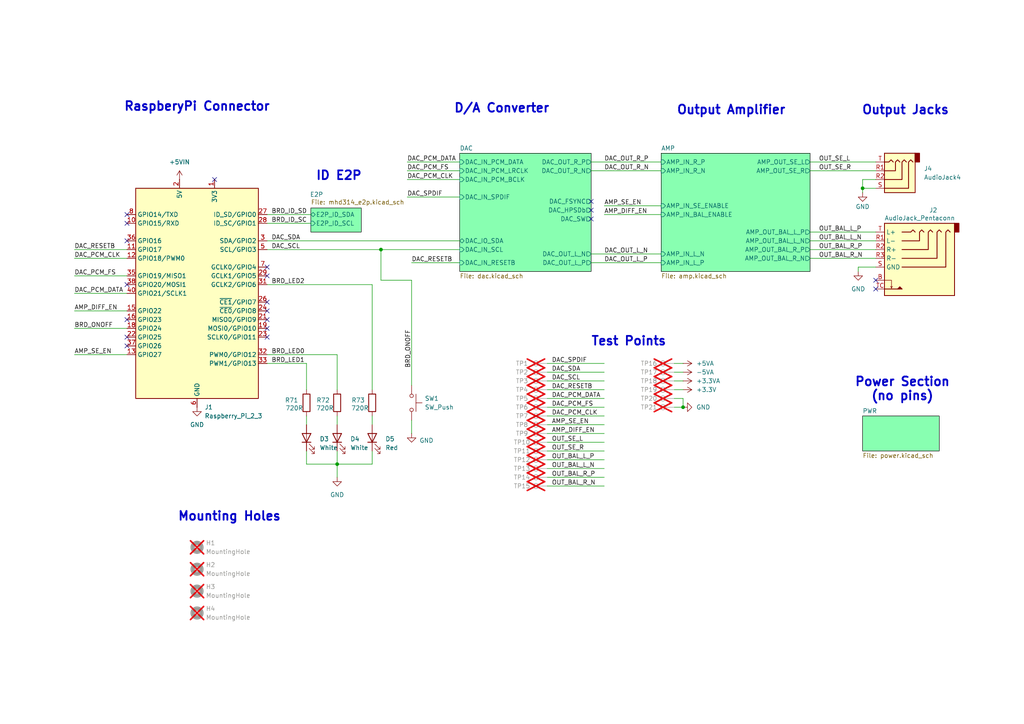
<source format=kicad_sch>
(kicad_sch
	(version 20231120)
	(generator "eeschema")
	(generator_version "8.0")
	(uuid "afee45fc-2361-4efb-9cde-757fc2efd57b")
	(paper "A4")
	(title_block
		(title "mahaudio HiFi DAC for RPi - Main Sheet")
		(date "2024-08-13")
		(rev "1")
		(company "mahaudio")
	)
	(lib_symbols
		(symbol "Connector:Raspberry_Pi_2_3"
			(exclude_from_sim no)
			(in_bom yes)
			(on_board yes)
			(property "Reference" "J"
				(at -17.78 31.75 0)
				(effects
					(font
						(size 1.27 1.27)
					)
					(justify left bottom)
				)
			)
			(property "Value" "Raspberry_Pi_2_3"
				(at 10.16 -31.75 0)
				(effects
					(font
						(size 1.27 1.27)
					)
					(justify left top)
				)
			)
			(property "Footprint" ""
				(at 0 0 0)
				(effects
					(font
						(size 1.27 1.27)
					)
					(hide yes)
				)
			)
			(property "Datasheet" "https://www.raspberrypi.org/documentation/hardware/raspberrypi/schematics/rpi_SCH_3bplus_1p0_reduced.pdf"
				(at 60.96 -44.45 0)
				(effects
					(font
						(size 1.27 1.27)
					)
					(hide yes)
				)
			)
			(property "Description" "expansion header for Raspberry Pi 2 & 3"
				(at 0 0 0)
				(effects
					(font
						(size 1.27 1.27)
					)
					(hide yes)
				)
			)
			(property "ki_keywords" "raspberrypi gpio"
				(at 0 0 0)
				(effects
					(font
						(size 1.27 1.27)
					)
					(hide yes)
				)
			)
			(property "ki_fp_filters" "PinHeader*2x20*P2.54mm*Vertical* PinSocket*2x20*P2.54mm*Vertical*"
				(at 0 0 0)
				(effects
					(font
						(size 1.27 1.27)
					)
					(hide yes)
				)
			)
			(symbol "Raspberry_Pi_2_3_0_1"
				(rectangle
					(start -17.78 30.48)
					(end 17.78 -30.48)
					(stroke
						(width 0.254)
						(type default)
					)
					(fill
						(type background)
					)
				)
			)
			(symbol "Raspberry_Pi_2_3_1_1"
				(pin power_in line
					(at 5.08 33.02 270)
					(length 2.54)
					(name "3V3"
						(effects
							(font
								(size 1.27 1.27)
							)
						)
					)
					(number "1"
						(effects
							(font
								(size 1.27 1.27)
							)
						)
					)
				)
				(pin bidirectional line
					(at -20.32 20.32 0)
					(length 2.54)
					(name "GPIO15/RXD"
						(effects
							(font
								(size 1.27 1.27)
							)
						)
					)
					(number "10"
						(effects
							(font
								(size 1.27 1.27)
							)
						)
					)
				)
				(pin bidirectional line
					(at -20.32 12.7 0)
					(length 2.54)
					(name "GPIO17"
						(effects
							(font
								(size 1.27 1.27)
							)
						)
					)
					(number "11"
						(effects
							(font
								(size 1.27 1.27)
							)
						)
					)
				)
				(pin bidirectional line
					(at -20.32 10.16 0)
					(length 2.54)
					(name "GPIO18/PWM0"
						(effects
							(font
								(size 1.27 1.27)
							)
						)
					)
					(number "12"
						(effects
							(font
								(size 1.27 1.27)
							)
						)
					)
				)
				(pin bidirectional line
					(at -20.32 -17.78 0)
					(length 2.54)
					(name "GPIO27"
						(effects
							(font
								(size 1.27 1.27)
							)
						)
					)
					(number "13"
						(effects
							(font
								(size 1.27 1.27)
							)
						)
					)
				)
				(pin passive line
					(at 0 -33.02 90)
					(length 2.54) hide
					(name "GND"
						(effects
							(font
								(size 1.27 1.27)
							)
						)
					)
					(number "14"
						(effects
							(font
								(size 1.27 1.27)
							)
						)
					)
				)
				(pin bidirectional line
					(at -20.32 -5.08 0)
					(length 2.54)
					(name "GPIO22"
						(effects
							(font
								(size 1.27 1.27)
							)
						)
					)
					(number "15"
						(effects
							(font
								(size 1.27 1.27)
							)
						)
					)
				)
				(pin bidirectional line
					(at -20.32 -7.62 0)
					(length 2.54)
					(name "GPIO23"
						(effects
							(font
								(size 1.27 1.27)
							)
						)
					)
					(number "16"
						(effects
							(font
								(size 1.27 1.27)
							)
						)
					)
				)
				(pin passive line
					(at 5.08 33.02 270)
					(length 2.54) hide
					(name "3V3"
						(effects
							(font
								(size 1.27 1.27)
							)
						)
					)
					(number "17"
						(effects
							(font
								(size 1.27 1.27)
							)
						)
					)
				)
				(pin bidirectional line
					(at -20.32 -10.16 0)
					(length 2.54)
					(name "GPIO24"
						(effects
							(font
								(size 1.27 1.27)
							)
						)
					)
					(number "18"
						(effects
							(font
								(size 1.27 1.27)
							)
						)
					)
				)
				(pin bidirectional line
					(at 20.32 -10.16 180)
					(length 2.54)
					(name "MOSI0/GPIO10"
						(effects
							(font
								(size 1.27 1.27)
							)
						)
					)
					(number "19"
						(effects
							(font
								(size 1.27 1.27)
							)
						)
					)
				)
				(pin power_in line
					(at -5.08 33.02 270)
					(length 2.54)
					(name "5V"
						(effects
							(font
								(size 1.27 1.27)
							)
						)
					)
					(number "2"
						(effects
							(font
								(size 1.27 1.27)
							)
						)
					)
				)
				(pin passive line
					(at 0 -33.02 90)
					(length 2.54) hide
					(name "GND"
						(effects
							(font
								(size 1.27 1.27)
							)
						)
					)
					(number "20"
						(effects
							(font
								(size 1.27 1.27)
							)
						)
					)
				)
				(pin bidirectional line
					(at 20.32 -7.62 180)
					(length 2.54)
					(name "MISO0/GPIO9"
						(effects
							(font
								(size 1.27 1.27)
							)
						)
					)
					(number "21"
						(effects
							(font
								(size 1.27 1.27)
							)
						)
					)
				)
				(pin bidirectional line
					(at -20.32 -12.7 0)
					(length 2.54)
					(name "GPIO25"
						(effects
							(font
								(size 1.27 1.27)
							)
						)
					)
					(number "22"
						(effects
							(font
								(size 1.27 1.27)
							)
						)
					)
				)
				(pin bidirectional line
					(at 20.32 -12.7 180)
					(length 2.54)
					(name "SCLK0/GPIO11"
						(effects
							(font
								(size 1.27 1.27)
							)
						)
					)
					(number "23"
						(effects
							(font
								(size 1.27 1.27)
							)
						)
					)
				)
				(pin bidirectional line
					(at 20.32 -5.08 180)
					(length 2.54)
					(name "~{CE0}/GPIO8"
						(effects
							(font
								(size 1.27 1.27)
							)
						)
					)
					(number "24"
						(effects
							(font
								(size 1.27 1.27)
							)
						)
					)
				)
				(pin passive line
					(at 0 -33.02 90)
					(length 2.54) hide
					(name "GND"
						(effects
							(font
								(size 1.27 1.27)
							)
						)
					)
					(number "25"
						(effects
							(font
								(size 1.27 1.27)
							)
						)
					)
				)
				(pin bidirectional line
					(at 20.32 -2.54 180)
					(length 2.54)
					(name "~{CE1}/GPIO7"
						(effects
							(font
								(size 1.27 1.27)
							)
						)
					)
					(number "26"
						(effects
							(font
								(size 1.27 1.27)
							)
						)
					)
				)
				(pin bidirectional line
					(at 20.32 22.86 180)
					(length 2.54)
					(name "ID_SD/GPIO0"
						(effects
							(font
								(size 1.27 1.27)
							)
						)
					)
					(number "27"
						(effects
							(font
								(size 1.27 1.27)
							)
						)
					)
				)
				(pin bidirectional line
					(at 20.32 20.32 180)
					(length 2.54)
					(name "ID_SC/GPIO1"
						(effects
							(font
								(size 1.27 1.27)
							)
						)
					)
					(number "28"
						(effects
							(font
								(size 1.27 1.27)
							)
						)
					)
				)
				(pin bidirectional line
					(at 20.32 5.08 180)
					(length 2.54)
					(name "GCLK1/GPIO5"
						(effects
							(font
								(size 1.27 1.27)
							)
						)
					)
					(number "29"
						(effects
							(font
								(size 1.27 1.27)
							)
						)
					)
				)
				(pin bidirectional line
					(at 20.32 15.24 180)
					(length 2.54)
					(name "SDA/GPIO2"
						(effects
							(font
								(size 1.27 1.27)
							)
						)
					)
					(number "3"
						(effects
							(font
								(size 1.27 1.27)
							)
						)
					)
				)
				(pin passive line
					(at 0 -33.02 90)
					(length 2.54) hide
					(name "GND"
						(effects
							(font
								(size 1.27 1.27)
							)
						)
					)
					(number "30"
						(effects
							(font
								(size 1.27 1.27)
							)
						)
					)
				)
				(pin bidirectional line
					(at 20.32 2.54 180)
					(length 2.54)
					(name "GCLK2/GPIO6"
						(effects
							(font
								(size 1.27 1.27)
							)
						)
					)
					(number "31"
						(effects
							(font
								(size 1.27 1.27)
							)
						)
					)
				)
				(pin bidirectional line
					(at 20.32 -17.78 180)
					(length 2.54)
					(name "PWM0/GPIO12"
						(effects
							(font
								(size 1.27 1.27)
							)
						)
					)
					(number "32"
						(effects
							(font
								(size 1.27 1.27)
							)
						)
					)
				)
				(pin bidirectional line
					(at 20.32 -20.32 180)
					(length 2.54)
					(name "PWM1/GPIO13"
						(effects
							(font
								(size 1.27 1.27)
							)
						)
					)
					(number "33"
						(effects
							(font
								(size 1.27 1.27)
							)
						)
					)
				)
				(pin passive line
					(at 0 -33.02 90)
					(length 2.54) hide
					(name "GND"
						(effects
							(font
								(size 1.27 1.27)
							)
						)
					)
					(number "34"
						(effects
							(font
								(size 1.27 1.27)
							)
						)
					)
				)
				(pin bidirectional line
					(at -20.32 5.08 0)
					(length 2.54)
					(name "GPIO19/MISO1"
						(effects
							(font
								(size 1.27 1.27)
							)
						)
					)
					(number "35"
						(effects
							(font
								(size 1.27 1.27)
							)
						)
					)
				)
				(pin bidirectional line
					(at -20.32 15.24 0)
					(length 2.54)
					(name "GPIO16"
						(effects
							(font
								(size 1.27 1.27)
							)
						)
					)
					(number "36"
						(effects
							(font
								(size 1.27 1.27)
							)
						)
					)
				)
				(pin bidirectional line
					(at -20.32 -15.24 0)
					(length 2.54)
					(name "GPIO26"
						(effects
							(font
								(size 1.27 1.27)
							)
						)
					)
					(number "37"
						(effects
							(font
								(size 1.27 1.27)
							)
						)
					)
				)
				(pin bidirectional line
					(at -20.32 2.54 0)
					(length 2.54)
					(name "GPIO20/MOSI1"
						(effects
							(font
								(size 1.27 1.27)
							)
						)
					)
					(number "38"
						(effects
							(font
								(size 1.27 1.27)
							)
						)
					)
				)
				(pin passive line
					(at 0 -33.02 90)
					(length 2.54) hide
					(name "GND"
						(effects
							(font
								(size 1.27 1.27)
							)
						)
					)
					(number "39"
						(effects
							(font
								(size 1.27 1.27)
							)
						)
					)
				)
				(pin passive line
					(at -5.08 33.02 270)
					(length 2.54) hide
					(name "5V"
						(effects
							(font
								(size 1.27 1.27)
							)
						)
					)
					(number "4"
						(effects
							(font
								(size 1.27 1.27)
							)
						)
					)
				)
				(pin bidirectional line
					(at -20.32 0 0)
					(length 2.54)
					(name "GPIO21/SCLK1"
						(effects
							(font
								(size 1.27 1.27)
							)
						)
					)
					(number "40"
						(effects
							(font
								(size 1.27 1.27)
							)
						)
					)
				)
				(pin bidirectional line
					(at 20.32 12.7 180)
					(length 2.54)
					(name "SCL/GPIO3"
						(effects
							(font
								(size 1.27 1.27)
							)
						)
					)
					(number "5"
						(effects
							(font
								(size 1.27 1.27)
							)
						)
					)
				)
				(pin power_in line
					(at 0 -33.02 90)
					(length 2.54)
					(name "GND"
						(effects
							(font
								(size 1.27 1.27)
							)
						)
					)
					(number "6"
						(effects
							(font
								(size 1.27 1.27)
							)
						)
					)
				)
				(pin bidirectional line
					(at 20.32 7.62 180)
					(length 2.54)
					(name "GCLK0/GPIO4"
						(effects
							(font
								(size 1.27 1.27)
							)
						)
					)
					(number "7"
						(effects
							(font
								(size 1.27 1.27)
							)
						)
					)
				)
				(pin bidirectional line
					(at -20.32 22.86 0)
					(length 2.54)
					(name "GPIO14/TXD"
						(effects
							(font
								(size 1.27 1.27)
							)
						)
					)
					(number "8"
						(effects
							(font
								(size 1.27 1.27)
							)
						)
					)
				)
				(pin passive line
					(at 0 -33.02 90)
					(length 2.54) hide
					(name "GND"
						(effects
							(font
								(size 1.27 1.27)
							)
						)
					)
					(number "9"
						(effects
							(font
								(size 1.27 1.27)
							)
						)
					)
				)
			)
		)
		(symbol "Connector:TestPoint"
			(pin_numbers hide)
			(pin_names
				(offset 0.762) hide)
			(exclude_from_sim no)
			(in_bom yes)
			(on_board yes)
			(property "Reference" "TP"
				(at 0 6.858 0)
				(effects
					(font
						(size 1.27 1.27)
					)
				)
			)
			(property "Value" "TestPoint"
				(at 0 5.08 0)
				(effects
					(font
						(size 1.27 1.27)
					)
				)
			)
			(property "Footprint" ""
				(at 5.08 0 0)
				(effects
					(font
						(size 1.27 1.27)
					)
					(hide yes)
				)
			)
			(property "Datasheet" "~"
				(at 5.08 0 0)
				(effects
					(font
						(size 1.27 1.27)
					)
					(hide yes)
				)
			)
			(property "Description" "test point"
				(at 0 0 0)
				(effects
					(font
						(size 1.27 1.27)
					)
					(hide yes)
				)
			)
			(property "ki_keywords" "test point tp"
				(at 0 0 0)
				(effects
					(font
						(size 1.27 1.27)
					)
					(hide yes)
				)
			)
			(property "ki_fp_filters" "Pin* Test*"
				(at 0 0 0)
				(effects
					(font
						(size 1.27 1.27)
					)
					(hide yes)
				)
			)
			(symbol "TestPoint_0_1"
				(circle
					(center 0 3.302)
					(radius 0.762)
					(stroke
						(width 0)
						(type default)
					)
					(fill
						(type none)
					)
				)
			)
			(symbol "TestPoint_1_1"
				(pin passive line
					(at 0 0 90)
					(length 2.54)
					(name "1"
						(effects
							(font
								(size 1.27 1.27)
							)
						)
					)
					(number "1"
						(effects
							(font
								(size 1.27 1.27)
							)
						)
					)
				)
			)
		)
		(symbol "Connector_Audio:AudioJack4"
			(exclude_from_sim no)
			(in_bom yes)
			(on_board yes)
			(property "Reference" "J"
				(at 0 8.89 0)
				(effects
					(font
						(size 1.27 1.27)
					)
				)
			)
			(property "Value" "AudioJack4"
				(at 0 6.35 0)
				(effects
					(font
						(size 1.27 1.27)
					)
				)
			)
			(property "Footprint" ""
				(at 0 0 0)
				(effects
					(font
						(size 1.27 1.27)
					)
					(hide yes)
				)
			)
			(property "Datasheet" "~"
				(at 0 0 0)
				(effects
					(font
						(size 1.27 1.27)
					)
					(hide yes)
				)
			)
			(property "Description" "Audio Jack, 4 Poles (TRRS)"
				(at 0 0 0)
				(effects
					(font
						(size 1.27 1.27)
					)
					(hide yes)
				)
			)
			(property "ki_keywords" "audio jack receptacle stereo headphones TRRS connector"
				(at 0 0 0)
				(effects
					(font
						(size 1.27 1.27)
					)
					(hide yes)
				)
			)
			(property "ki_fp_filters" "Jack*"
				(at 0 0 0)
				(effects
					(font
						(size 1.27 1.27)
					)
					(hide yes)
				)
			)
			(symbol "AudioJack4_0_1"
				(rectangle
					(start -6.35 -5.08)
					(end -7.62 -7.62)
					(stroke
						(width 0.254)
						(type default)
					)
					(fill
						(type outline)
					)
				)
				(polyline
					(pts
						(xy 0 -5.08) (xy 0.635 -5.715) (xy 1.27 -5.08) (xy 2.54 -5.08)
					)
					(stroke
						(width 0.254)
						(type default)
					)
					(fill
						(type none)
					)
				)
				(polyline
					(pts
						(xy -5.715 -5.08) (xy -5.08 -5.715) (xy -4.445 -5.08) (xy -4.445 2.54) (xy 2.54 2.54)
					)
					(stroke
						(width 0.254)
						(type default)
					)
					(fill
						(type none)
					)
				)
				(polyline
					(pts
						(xy -1.905 -5.08) (xy -1.27 -5.715) (xy -0.635 -5.08) (xy -0.635 -2.54) (xy 2.54 -2.54)
					)
					(stroke
						(width 0.254)
						(type default)
					)
					(fill
						(type none)
					)
				)
				(polyline
					(pts
						(xy 2.54 0) (xy -2.54 0) (xy -2.54 -5.08) (xy -3.175 -5.715) (xy -3.81 -5.08)
					)
					(stroke
						(width 0.254)
						(type default)
					)
					(fill
						(type none)
					)
				)
				(rectangle
					(start 2.54 3.81)
					(end -6.35 -7.62)
					(stroke
						(width 0.254)
						(type default)
					)
					(fill
						(type background)
					)
				)
			)
			(symbol "AudioJack4_1_1"
				(pin passive line
					(at 5.08 -2.54 180)
					(length 2.54)
					(name "~"
						(effects
							(font
								(size 1.27 1.27)
							)
						)
					)
					(number "R1"
						(effects
							(font
								(size 1.27 1.27)
							)
						)
					)
				)
				(pin passive line
					(at 5.08 0 180)
					(length 2.54)
					(name "~"
						(effects
							(font
								(size 1.27 1.27)
							)
						)
					)
					(number "R2"
						(effects
							(font
								(size 1.27 1.27)
							)
						)
					)
				)
				(pin passive line
					(at 5.08 2.54 180)
					(length 2.54)
					(name "~"
						(effects
							(font
								(size 1.27 1.27)
							)
						)
					)
					(number "S"
						(effects
							(font
								(size 1.27 1.27)
							)
						)
					)
				)
				(pin passive line
					(at 5.08 -5.08 180)
					(length 2.54)
					(name "~"
						(effects
							(font
								(size 1.27 1.27)
							)
						)
					)
					(number "T"
						(effects
							(font
								(size 1.27 1.27)
							)
						)
					)
				)
			)
		)
		(symbol "Device:LED"
			(pin_numbers hide)
			(pin_names
				(offset 1.016) hide)
			(exclude_from_sim no)
			(in_bom yes)
			(on_board yes)
			(property "Reference" "D"
				(at 0 2.54 0)
				(effects
					(font
						(size 1.27 1.27)
					)
				)
			)
			(property "Value" "LED"
				(at 0 -2.54 0)
				(effects
					(font
						(size 1.27 1.27)
					)
				)
			)
			(property "Footprint" ""
				(at 0 0 0)
				(effects
					(font
						(size 1.27 1.27)
					)
					(hide yes)
				)
			)
			(property "Datasheet" "~"
				(at 0 0 0)
				(effects
					(font
						(size 1.27 1.27)
					)
					(hide yes)
				)
			)
			(property "Description" "Light emitting diode"
				(at 0 0 0)
				(effects
					(font
						(size 1.27 1.27)
					)
					(hide yes)
				)
			)
			(property "ki_keywords" "LED diode"
				(at 0 0 0)
				(effects
					(font
						(size 1.27 1.27)
					)
					(hide yes)
				)
			)
			(property "ki_fp_filters" "LED* LED_SMD:* LED_THT:*"
				(at 0 0 0)
				(effects
					(font
						(size 1.27 1.27)
					)
					(hide yes)
				)
			)
			(symbol "LED_0_1"
				(polyline
					(pts
						(xy -1.27 -1.27) (xy -1.27 1.27)
					)
					(stroke
						(width 0.254)
						(type default)
					)
					(fill
						(type none)
					)
				)
				(polyline
					(pts
						(xy -1.27 0) (xy 1.27 0)
					)
					(stroke
						(width 0)
						(type default)
					)
					(fill
						(type none)
					)
				)
				(polyline
					(pts
						(xy 1.27 -1.27) (xy 1.27 1.27) (xy -1.27 0) (xy 1.27 -1.27)
					)
					(stroke
						(width 0.254)
						(type default)
					)
					(fill
						(type none)
					)
				)
				(polyline
					(pts
						(xy -3.048 -0.762) (xy -4.572 -2.286) (xy -3.81 -2.286) (xy -4.572 -2.286) (xy -4.572 -1.524)
					)
					(stroke
						(width 0)
						(type default)
					)
					(fill
						(type none)
					)
				)
				(polyline
					(pts
						(xy -1.778 -0.762) (xy -3.302 -2.286) (xy -2.54 -2.286) (xy -3.302 -2.286) (xy -3.302 -1.524)
					)
					(stroke
						(width 0)
						(type default)
					)
					(fill
						(type none)
					)
				)
			)
			(symbol "LED_1_1"
				(pin passive line
					(at -3.81 0 0)
					(length 2.54)
					(name "K"
						(effects
							(font
								(size 1.27 1.27)
							)
						)
					)
					(number "1"
						(effects
							(font
								(size 1.27 1.27)
							)
						)
					)
				)
				(pin passive line
					(at 3.81 0 180)
					(length 2.54)
					(name "A"
						(effects
							(font
								(size 1.27 1.27)
							)
						)
					)
					(number "2"
						(effects
							(font
								(size 1.27 1.27)
							)
						)
					)
				)
			)
		)
		(symbol "Device:R"
			(pin_numbers hide)
			(pin_names
				(offset 0)
			)
			(exclude_from_sim no)
			(in_bom yes)
			(on_board yes)
			(property "Reference" "R"
				(at 2.032 0 90)
				(effects
					(font
						(size 1.27 1.27)
					)
				)
			)
			(property "Value" "R"
				(at 0 0 90)
				(effects
					(font
						(size 1.27 1.27)
					)
				)
			)
			(property "Footprint" ""
				(at -1.778 0 90)
				(effects
					(font
						(size 1.27 1.27)
					)
					(hide yes)
				)
			)
			(property "Datasheet" "~"
				(at 0 0 0)
				(effects
					(font
						(size 1.27 1.27)
					)
					(hide yes)
				)
			)
			(property "Description" "Resistor"
				(at 0 0 0)
				(effects
					(font
						(size 1.27 1.27)
					)
					(hide yes)
				)
			)
			(property "ki_keywords" "R res resistor"
				(at 0 0 0)
				(effects
					(font
						(size 1.27 1.27)
					)
					(hide yes)
				)
			)
			(property "ki_fp_filters" "R_*"
				(at 0 0 0)
				(effects
					(font
						(size 1.27 1.27)
					)
					(hide yes)
				)
			)
			(symbol "R_0_1"
				(rectangle
					(start -1.016 -2.54)
					(end 1.016 2.54)
					(stroke
						(width 0.254)
						(type default)
					)
					(fill
						(type none)
					)
				)
			)
			(symbol "R_1_1"
				(pin passive line
					(at 0 3.81 270)
					(length 1.27)
					(name "~"
						(effects
							(font
								(size 1.27 1.27)
							)
						)
					)
					(number "1"
						(effects
							(font
								(size 1.27 1.27)
							)
						)
					)
				)
				(pin passive line
					(at 0 -3.81 90)
					(length 1.27)
					(name "~"
						(effects
							(font
								(size 1.27 1.27)
							)
						)
					)
					(number "2"
						(effects
							(font
								(size 1.27 1.27)
							)
						)
					)
				)
			)
		)
		(symbol "Mechanical:MountingHole"
			(pin_names
				(offset 1.016)
			)
			(exclude_from_sim yes)
			(in_bom no)
			(on_board yes)
			(property "Reference" "H"
				(at 0 5.08 0)
				(effects
					(font
						(size 1.27 1.27)
					)
				)
			)
			(property "Value" "MountingHole"
				(at 0 3.175 0)
				(effects
					(font
						(size 1.27 1.27)
					)
				)
			)
			(property "Footprint" ""
				(at 0 0 0)
				(effects
					(font
						(size 1.27 1.27)
					)
					(hide yes)
				)
			)
			(property "Datasheet" "~"
				(at 0 0 0)
				(effects
					(font
						(size 1.27 1.27)
					)
					(hide yes)
				)
			)
			(property "Description" "Mounting Hole without connection"
				(at 0 0 0)
				(effects
					(font
						(size 1.27 1.27)
					)
					(hide yes)
				)
			)
			(property "ki_keywords" "mounting hole"
				(at 0 0 0)
				(effects
					(font
						(size 1.27 1.27)
					)
					(hide yes)
				)
			)
			(property "ki_fp_filters" "MountingHole*"
				(at 0 0 0)
				(effects
					(font
						(size 1.27 1.27)
					)
					(hide yes)
				)
			)
			(symbol "MountingHole_0_1"
				(circle
					(center 0 0)
					(radius 1.27)
					(stroke
						(width 1.27)
						(type default)
					)
					(fill
						(type none)
					)
				)
			)
		)
		(symbol "Switch:SW_Push"
			(pin_numbers hide)
			(pin_names
				(offset 1.016) hide)
			(exclude_from_sim no)
			(in_bom yes)
			(on_board yes)
			(property "Reference" "SW"
				(at 1.27 2.54 0)
				(effects
					(font
						(size 1.27 1.27)
					)
					(justify left)
				)
			)
			(property "Value" "SW_Push"
				(at 0 -1.524 0)
				(effects
					(font
						(size 1.27 1.27)
					)
				)
			)
			(property "Footprint" ""
				(at 0 5.08 0)
				(effects
					(font
						(size 1.27 1.27)
					)
					(hide yes)
				)
			)
			(property "Datasheet" "~"
				(at 0 5.08 0)
				(effects
					(font
						(size 1.27 1.27)
					)
					(hide yes)
				)
			)
			(property "Description" "Push button switch, generic, two pins"
				(at 0 0 0)
				(effects
					(font
						(size 1.27 1.27)
					)
					(hide yes)
				)
			)
			(property "ki_keywords" "switch normally-open pushbutton push-button"
				(at 0 0 0)
				(effects
					(font
						(size 1.27 1.27)
					)
					(hide yes)
				)
			)
			(symbol "SW_Push_0_1"
				(circle
					(center -2.032 0)
					(radius 0.508)
					(stroke
						(width 0)
						(type default)
					)
					(fill
						(type none)
					)
				)
				(polyline
					(pts
						(xy 0 1.27) (xy 0 3.048)
					)
					(stroke
						(width 0)
						(type default)
					)
					(fill
						(type none)
					)
				)
				(polyline
					(pts
						(xy 2.54 1.27) (xy -2.54 1.27)
					)
					(stroke
						(width 0)
						(type default)
					)
					(fill
						(type none)
					)
				)
				(circle
					(center 2.032 0)
					(radius 0.508)
					(stroke
						(width 0)
						(type default)
					)
					(fill
						(type none)
					)
				)
				(pin passive line
					(at -5.08 0 0)
					(length 2.54)
					(name "1"
						(effects
							(font
								(size 1.27 1.27)
							)
						)
					)
					(number "1"
						(effects
							(font
								(size 1.27 1.27)
							)
						)
					)
				)
				(pin passive line
					(at 5.08 0 180)
					(length 2.54)
					(name "2"
						(effects
							(font
								(size 1.27 1.27)
							)
						)
					)
					(number "2"
						(effects
							(font
								(size 1.27 1.27)
							)
						)
					)
				)
			)
		)
		(symbol "mahaudio KiCad Library:AudioJack_Pentaconn"
			(exclude_from_sim no)
			(in_bom yes)
			(on_board yes)
			(property "Reference" "J"
				(at -10.414 -11.43 0)
				(effects
					(font
						(size 1.27 1.27)
					)
					(justify right)
				)
			)
			(property "Value" "AudioJack_Pentaconn"
				(at 2.54 -9.144 0)
				(effects
					(font
						(size 1.27 1.27)
					)
					(justify right)
				)
			)
			(property "Footprint" "mahaudio KiCad Library:Jack_4.4mm_Pentaconn_NBA1-24-001_Horizontal"
				(at -4.572 -12.954 0)
				(effects
					(font
						(size 1.27 1.27)
					)
					(hide yes)
				)
			)
			(property "Datasheet" "~"
				(at -5.08 0 0)
				(effects
					(font
						(size 1.27 1.27)
					)
					(hide yes)
				)
			)
			(property "Description" "Audio Jack, Pentaconn TRRS Switched"
				(at -7.366 -9.906 0)
				(effects
					(font
						(size 1.27 1.27)
					)
					(hide yes)
				)
			)
			(property "ki_keywords" "audio jack receptacle stereo headphones phones TRRS connector pentaconn"
				(at 0 0 0)
				(effects
					(font
						(size 1.27 1.27)
					)
					(hide yes)
				)
			)
			(property "ki_fp_filters" "Jack*"
				(at 0 0 0)
				(effects
					(font
						(size 1.27 1.27)
					)
					(hide yes)
				)
			)
			(symbol "AudioJack_Pentaconn_0_1"
				(rectangle
					(start -19.05 -5.08)
					(end -17.78 -7.62)
					(stroke
						(width 0.254)
						(type default)
					)
					(fill
						(type outline)
					)
				)
				(rectangle
					(start -17.78 13.335)
					(end 2.54 -7.62)
					(stroke
						(width 0.254)
						(type default)
					)
					(fill
						(type background)
					)
				)
			)
			(symbol "AudioJack_Pentaconn_1_1"
				(polyline
					(pts
						(xy 0.508 11.176) (xy 0.762 10.668)
					)
					(stroke
						(width 0)
						(type default)
					)
					(fill
						(type none)
					)
				)
				(polyline
					(pts
						(xy 2.54 11.43) (xy -2.54 11.43)
					)
					(stroke
						(width 0.254)
						(type default)
					)
					(fill
						(type none)
					)
				)
				(polyline
					(pts
						(xy -6.35 -5.08) (xy -5.715 -5.715) (xy -5.08 -5.08) (xy -2.54 -5.08)
					)
					(stroke
						(width 0.254)
						(type default)
					)
					(fill
						(type none)
					)
				)
				(polyline
					(pts
						(xy -2.54 11.43) (xy -1.905 10.795) (xy -1.27 11.43) (xy -1.905 11.43)
					)
					(stroke
						(width 0.254)
						(type default)
					)
					(fill
						(type outline)
					)
				)
				(polyline
					(pts
						(xy 2.54 8.89) (xy 0.508 8.89) (xy 0.508 11.176) (xy 0.254 10.668)
					)
					(stroke
						(width 0)
						(type default)
					)
					(fill
						(type none)
					)
				)
				(polyline
					(pts
						(xy -8.89 -5.08) (xy -8.255 -5.715) (xy -7.62 -5.08) (xy -7.62 -2.54) (xy -2.54 -2.54)
					)
					(stroke
						(width 0.254)
						(type default)
					)
					(fill
						(type none)
					)
				)
				(polyline
					(pts
						(xy -2.54 0) (xy -10.16 0) (xy -10.16 -5.08) (xy -10.795 -5.715) (xy -11.43 -5.08)
					)
					(stroke
						(width 0.254)
						(type default)
					)
					(fill
						(type none)
					)
				)
				(polyline
					(pts
						(xy -2.54 2.54) (xy -12.7 2.54) (xy -12.7 -5.08) (xy -13.335 -5.715) (xy -13.97 -5.08)
					)
					(stroke
						(width 0.254)
						(type default)
					)
					(fill
						(type none)
					)
				)
				(polyline
					(pts
						(xy -2.54 5.08) (xy -15.24 5.08) (xy -15.24 -5.08) (xy -15.875 -5.715) (xy -16.51 -5.08)
					)
					(stroke
						(width 0.254)
						(type default)
					)
					(fill
						(type none)
					)
				)
				(pin passive line
					(at 5.08 8.89 180)
					(length 2.54)
					(name "~"
						(effects
							(font
								(size 1.27 1.27)
							)
						)
					)
					(number "B"
						(effects
							(font
								(size 1.27 1.27)
							)
						)
					)
				)
				(pin passive line
					(at 5.08 -2.54 180)
					(length 2.54)
					(name "L-"
						(effects
							(font
								(size 1.27 1.27)
							)
						)
					)
					(number "R1"
						(effects
							(font
								(size 1.27 1.27)
							)
						)
					)
				)
				(pin passive line
					(at 5.08 0 180)
					(length 2.54)
					(name "R+"
						(effects
							(font
								(size 1.27 1.27)
							)
						)
					)
					(number "R2"
						(effects
							(font
								(size 1.27 1.27)
							)
						)
					)
				)
				(pin passive line
					(at 5.08 2.54 180)
					(length 2.54)
					(name "R-"
						(effects
							(font
								(size 1.27 1.27)
							)
						)
					)
					(number "R3"
						(effects
							(font
								(size 1.27 1.27)
							)
						)
					)
				)
				(pin passive line
					(at 5.08 5.08 180)
					(length 2.54)
					(name "GND"
						(effects
							(font
								(size 1.27 1.27)
							)
						)
					)
					(number "S"
						(effects
							(font
								(size 1.27 1.27)
							)
						)
					)
				)
				(pin passive line
					(at 5.08 -5.08 180)
					(length 2.54)
					(name "L+"
						(effects
							(font
								(size 1.27 1.27)
							)
						)
					)
					(number "T"
						(effects
							(font
								(size 1.27 1.27)
							)
						)
					)
				)
				(pin passive line
					(at 5.08 11.43 180)
					(length 2.54)
					(name "~"
						(effects
							(font
								(size 1.27 1.27)
							)
						)
					)
					(number "TC"
						(effects
							(font
								(size 1.27 1.27)
							)
						)
					)
				)
			)
		)
		(symbol "power:+8V"
			(power)
			(pin_numbers hide)
			(pin_names
				(offset 0) hide)
			(exclude_from_sim no)
			(in_bom yes)
			(on_board yes)
			(property "Reference" "#PWR"
				(at 0 -3.81 0)
				(effects
					(font
						(size 1.27 1.27)
					)
					(hide yes)
				)
			)
			(property "Value" "+8V"
				(at 0 3.556 0)
				(effects
					(font
						(size 1.27 1.27)
					)
				)
			)
			(property "Footprint" ""
				(at 0 0 0)
				(effects
					(font
						(size 1.27 1.27)
					)
					(hide yes)
				)
			)
			(property "Datasheet" ""
				(at 0 0 0)
				(effects
					(font
						(size 1.27 1.27)
					)
					(hide yes)
				)
			)
			(property "Description" "Power symbol creates a global label with name \"+8V\""
				(at 0 0 0)
				(effects
					(font
						(size 1.27 1.27)
					)
					(hide yes)
				)
			)
			(property "ki_keywords" "global power"
				(at 0 0 0)
				(effects
					(font
						(size 1.27 1.27)
					)
					(hide yes)
				)
			)
			(symbol "+8V_0_1"
				(polyline
					(pts
						(xy -0.762 1.27) (xy 0 2.54)
					)
					(stroke
						(width 0)
						(type default)
					)
					(fill
						(type none)
					)
				)
				(polyline
					(pts
						(xy 0 0) (xy 0 2.54)
					)
					(stroke
						(width 0)
						(type default)
					)
					(fill
						(type none)
					)
				)
				(polyline
					(pts
						(xy 0 2.54) (xy 0.762 1.27)
					)
					(stroke
						(width 0)
						(type default)
					)
					(fill
						(type none)
					)
				)
			)
			(symbol "+8V_1_1"
				(pin power_in line
					(at 0 0 90)
					(length 0)
					(name "~"
						(effects
							(font
								(size 1.27 1.27)
							)
						)
					)
					(number "1"
						(effects
							(font
								(size 1.27 1.27)
							)
						)
					)
				)
			)
		)
		(symbol "power:GND"
			(power)
			(pin_numbers hide)
			(pin_names
				(offset 0) hide)
			(exclude_from_sim no)
			(in_bom yes)
			(on_board yes)
			(property "Reference" "#PWR"
				(at 0 -6.35 0)
				(effects
					(font
						(size 1.27 1.27)
					)
					(hide yes)
				)
			)
			(property "Value" "GND"
				(at 0 -3.81 0)
				(effects
					(font
						(size 1.27 1.27)
					)
				)
			)
			(property "Footprint" ""
				(at 0 0 0)
				(effects
					(font
						(size 1.27 1.27)
					)
					(hide yes)
				)
			)
			(property "Datasheet" ""
				(at 0 0 0)
				(effects
					(font
						(size 1.27 1.27)
					)
					(hide yes)
				)
			)
			(property "Description" "Power symbol creates a global label with name \"GND\" , ground"
				(at 0 0 0)
				(effects
					(font
						(size 1.27 1.27)
					)
					(hide yes)
				)
			)
			(property "ki_keywords" "global power"
				(at 0 0 0)
				(effects
					(font
						(size 1.27 1.27)
					)
					(hide yes)
				)
			)
			(symbol "GND_0_1"
				(polyline
					(pts
						(xy 0 0) (xy 0 -1.27) (xy 1.27 -1.27) (xy 0 -2.54) (xy -1.27 -1.27) (xy 0 -1.27)
					)
					(stroke
						(width 0)
						(type default)
					)
					(fill
						(type none)
					)
				)
			)
			(symbol "GND_1_1"
				(pin power_in line
					(at 0 0 270)
					(length 0)
					(name "~"
						(effects
							(font
								(size 1.27 1.27)
							)
						)
					)
					(number "1"
						(effects
							(font
								(size 1.27 1.27)
							)
						)
					)
				)
			)
		)
		(symbol "power:VBUS"
			(power)
			(pin_numbers hide)
			(pin_names
				(offset 0) hide)
			(exclude_from_sim no)
			(in_bom yes)
			(on_board yes)
			(property "Reference" "#PWR"
				(at 0 -3.81 0)
				(effects
					(font
						(size 1.27 1.27)
					)
					(hide yes)
				)
			)
			(property "Value" "VBUS"
				(at 0 3.556 0)
				(effects
					(font
						(size 1.27 1.27)
					)
				)
			)
			(property "Footprint" ""
				(at 0 0 0)
				(effects
					(font
						(size 1.27 1.27)
					)
					(hide yes)
				)
			)
			(property "Datasheet" ""
				(at 0 0 0)
				(effects
					(font
						(size 1.27 1.27)
					)
					(hide yes)
				)
			)
			(property "Description" "Power symbol creates a global label with name \"VBUS\""
				(at 0 0 0)
				(effects
					(font
						(size 1.27 1.27)
					)
					(hide yes)
				)
			)
			(property "ki_keywords" "global power"
				(at 0 0 0)
				(effects
					(font
						(size 1.27 1.27)
					)
					(hide yes)
				)
			)
			(symbol "VBUS_0_1"
				(polyline
					(pts
						(xy -0.762 1.27) (xy 0 2.54)
					)
					(stroke
						(width 0)
						(type default)
					)
					(fill
						(type none)
					)
				)
				(polyline
					(pts
						(xy 0 0) (xy 0 2.54)
					)
					(stroke
						(width 0)
						(type default)
					)
					(fill
						(type none)
					)
				)
				(polyline
					(pts
						(xy 0 2.54) (xy 0.762 1.27)
					)
					(stroke
						(width 0)
						(type default)
					)
					(fill
						(type none)
					)
				)
			)
			(symbol "VBUS_1_1"
				(pin power_in line
					(at 0 0 90)
					(length 0)
					(name "~"
						(effects
							(font
								(size 1.27 1.27)
							)
						)
					)
					(number "1"
						(effects
							(font
								(size 1.27 1.27)
							)
						)
					)
				)
			)
		)
	)
	(junction
		(at 110.49 72.39)
		(diameter 0)
		(color 0 0 0 0)
		(uuid "8fb82720-a100-4d69-a419-fbc7a63fbcc3")
	)
	(junction
		(at 198.12 118.11)
		(diameter 0)
		(color 0 0 0 0)
		(uuid "980787ec-51c4-4aad-a2fb-5dfa54f1c8d6")
	)
	(junction
		(at 97.79 134.62)
		(diameter 0)
		(color 0 0 0 0)
		(uuid "d69dc645-11c2-4058-b17f-63ffec2b2cb5")
	)
	(junction
		(at 250.19 54.61)
		(diameter 0)
		(color 0 0 0 0)
		(uuid "d92b585b-fbac-434f-907e-3169985e7895")
	)
	(no_connect
		(at 171.45 58.42)
		(uuid "00b99d2a-c804-4ddc-a19e-e6430ddba542")
	)
	(no_connect
		(at 36.83 92.71)
		(uuid "18b7417f-130f-47bc-8135-6d44db93ce06")
	)
	(no_connect
		(at 171.45 63.5)
		(uuid "1a15d7f7-1cdc-47db-aa9a-d914aede5b6d")
	)
	(no_connect
		(at 254 81.28)
		(uuid "417c438b-41a7-48f3-bf9f-53c952242cd7")
	)
	(no_connect
		(at 171.45 60.96)
		(uuid "47b44fb7-183e-457e-800f-63465631c228")
	)
	(no_connect
		(at 36.83 64.77)
		(uuid "488cc401-5e61-4c97-8e80-cf373a930203")
	)
	(no_connect
		(at 36.83 100.33)
		(uuid "4e8991e0-48aa-44bf-8356-174c53ebcee9")
	)
	(no_connect
		(at 36.83 69.85)
		(uuid "6ddd19ef-6d30-4db9-ad34-1ae5ac9681f3")
	)
	(no_connect
		(at 77.47 90.17)
		(uuid "6e1ab4fc-e3ec-4419-9e52-ed4ade3fd2db")
	)
	(no_connect
		(at 254 83.82)
		(uuid "7246f0d4-4827-4fa1-b827-99ed024da9fe")
	)
	(no_connect
		(at 77.47 77.47)
		(uuid "77150f36-c1df-47fc-8055-fd07133fa44f")
	)
	(no_connect
		(at 36.83 62.23)
		(uuid "83e7fafa-68ef-4b58-940d-cd289f5ef2fb")
	)
	(no_connect
		(at 77.47 95.25)
		(uuid "8d71fdb5-55c4-49b8-b43e-abb9349da0ab")
	)
	(no_connect
		(at 77.47 92.71)
		(uuid "8d7a40dd-122b-4031-ae46-90ea5dcaf000")
	)
	(no_connect
		(at 77.47 87.63)
		(uuid "9c5d3455-67c9-4a0d-8b17-87a0c23347a1")
	)
	(no_connect
		(at 77.47 80.01)
		(uuid "9e0073b5-fb0a-4848-a2ad-a9d8031970df")
	)
	(no_connect
		(at 77.47 97.79)
		(uuid "a39ae24a-1243-40d9-b5d7-4b0fd510bd6c")
	)
	(no_connect
		(at 62.23 52.07)
		(uuid "a8a55d14-370e-4e23-9aa7-df268a44306f")
	)
	(no_connect
		(at 36.83 82.55)
		(uuid "bade6589-2148-4e7c-819b-77e04171ac38")
	)
	(no_connect
		(at 36.83 97.79)
		(uuid "c45e8620-ec5e-4208-bc49-f3a63e2b4bce")
	)
	(wire
		(pts
			(xy 198.12 113.03) (xy 195.58 113.03)
		)
		(stroke
			(width 0)
			(type default)
		)
		(uuid "0c689922-8ed0-4755-85e0-74bf0bc32e60")
	)
	(wire
		(pts
			(xy 234.95 67.31) (xy 254 67.31)
		)
		(stroke
			(width 0)
			(type default)
		)
		(uuid "0f31485d-be27-44e3-bed8-958130aab0ce")
	)
	(wire
		(pts
			(xy 118.11 46.99) (xy 133.35 46.99)
		)
		(stroke
			(width 0)
			(type default)
		)
		(uuid "0f8466ee-e465-45e6-91bd-86b16d42cccb")
	)
	(wire
		(pts
			(xy 88.9 134.62) (xy 97.79 134.62)
		)
		(stroke
			(width 0)
			(type default)
		)
		(uuid "175df15c-dc01-4f8b-aec3-61921813bf1f")
	)
	(wire
		(pts
			(xy 158.75 130.81) (xy 175.26 130.81)
		)
		(stroke
			(width 0)
			(type default)
		)
		(uuid "19fe86b3-2834-43a5-8b31-e7ab8e8dd9a3")
	)
	(wire
		(pts
			(xy 198.12 107.95) (xy 195.58 107.95)
		)
		(stroke
			(width 0)
			(type default)
		)
		(uuid "21f3a249-851e-4430-8bb9-3e64f5b08b88")
	)
	(wire
		(pts
			(xy 119.38 81.28) (xy 119.38 111.76)
		)
		(stroke
			(width 0)
			(type default)
		)
		(uuid "234af032-6ac2-4d2a-86a0-d81e93356813")
	)
	(wire
		(pts
			(xy 250.19 54.61) (xy 254 54.61)
		)
		(stroke
			(width 0)
			(type default)
		)
		(uuid "24824fe7-abbd-4007-bcfd-3d9228d3cb0d")
	)
	(wire
		(pts
			(xy 254 52.07) (xy 250.19 52.07)
		)
		(stroke
			(width 0)
			(type default)
		)
		(uuid "273c02f5-2f9b-4332-9017-b13c76117403")
	)
	(wire
		(pts
			(xy 158.75 128.27) (xy 175.26 128.27)
		)
		(stroke
			(width 0)
			(type default)
		)
		(uuid "27c61ac3-0e39-47b8-af46-fe5aa8a696c4")
	)
	(wire
		(pts
			(xy 195.58 118.11) (xy 198.12 118.11)
		)
		(stroke
			(width 0)
			(type default)
		)
		(uuid "28de503e-5b30-4425-9ee9-b8af39234678")
	)
	(wire
		(pts
			(xy 248.92 77.47) (xy 248.92 78.74)
		)
		(stroke
			(width 0)
			(type default)
		)
		(uuid "2ac11024-1184-499f-a693-a78c5738e430")
	)
	(wire
		(pts
			(xy 119.38 121.92) (xy 119.38 125.73)
		)
		(stroke
			(width 0)
			(type default)
		)
		(uuid "2bedc104-9417-432e-a21e-c3edb8d3b045")
	)
	(wire
		(pts
			(xy 234.95 69.85) (xy 254 69.85)
		)
		(stroke
			(width 0)
			(type default)
		)
		(uuid "312293c0-775e-437b-8fe9-6e329f7aa468")
	)
	(wire
		(pts
			(xy 77.47 72.39) (xy 110.49 72.39)
		)
		(stroke
			(width 0)
			(type default)
		)
		(uuid "377c4ab2-a0c4-458b-a01c-eb942f909b54")
	)
	(wire
		(pts
			(xy 158.75 138.43) (xy 175.26 138.43)
		)
		(stroke
			(width 0)
			(type default)
		)
		(uuid "3a7b78a8-9291-4262-97b1-34bdf53921db")
	)
	(wire
		(pts
			(xy 234.95 46.99) (xy 254 46.99)
		)
		(stroke
			(width 0)
			(type default)
		)
		(uuid "3d8ed677-22ad-449b-956d-e9eedd3c1c24")
	)
	(wire
		(pts
			(xy 195.58 115.57) (xy 198.12 115.57)
		)
		(stroke
			(width 0)
			(type default)
		)
		(uuid "4324d502-bc1b-41af-8b94-ec07a6bc2a66")
	)
	(wire
		(pts
			(xy 250.19 54.61) (xy 250.19 55.88)
		)
		(stroke
			(width 0)
			(type default)
		)
		(uuid "440d6878-e728-4084-9b12-d86d01b2275a")
	)
	(wire
		(pts
			(xy 97.79 102.87) (xy 97.79 113.03)
		)
		(stroke
			(width 0)
			(type default)
		)
		(uuid "477fdffa-8d12-4e6a-819b-d5a76858fe85")
	)
	(wire
		(pts
			(xy 119.38 76.2) (xy 133.35 76.2)
		)
		(stroke
			(width 0)
			(type default)
		)
		(uuid "47dcfabb-7ba0-4c98-87ad-1155bcc8438b")
	)
	(wire
		(pts
			(xy 107.95 82.55) (xy 107.95 113.03)
		)
		(stroke
			(width 0)
			(type default)
		)
		(uuid "48bb9743-1f00-42ed-8a26-87a735a82065")
	)
	(wire
		(pts
			(xy 158.75 118.11) (xy 175.26 118.11)
		)
		(stroke
			(width 0)
			(type default)
		)
		(uuid "4fa70b50-f1ac-4712-94af-be9ab723c44a")
	)
	(wire
		(pts
			(xy 171.45 46.99) (xy 191.77 46.99)
		)
		(stroke
			(width 0)
			(type default)
		)
		(uuid "5208dcb7-4b00-45e6-a90c-308969ad9e73")
	)
	(wire
		(pts
			(xy 158.75 105.41) (xy 175.26 105.41)
		)
		(stroke
			(width 0)
			(type default)
		)
		(uuid "55d78713-17cb-4a42-b5d1-643197126097")
	)
	(wire
		(pts
			(xy 158.75 107.95) (xy 175.26 107.95)
		)
		(stroke
			(width 0)
			(type default)
		)
		(uuid "56b3b352-5dff-4bbe-9934-361011b62607")
	)
	(wire
		(pts
			(xy 158.75 140.97) (xy 175.26 140.97)
		)
		(stroke
			(width 0)
			(type default)
		)
		(uuid "573e93d0-fd97-4e91-b4d0-d20cda82cd0e")
	)
	(wire
		(pts
			(xy 110.49 72.39) (xy 110.49 81.28)
		)
		(stroke
			(width 0)
			(type default)
		)
		(uuid "57696c84-b739-437c-8625-46f06c082d62")
	)
	(wire
		(pts
			(xy 21.59 72.39) (xy 36.83 72.39)
		)
		(stroke
			(width 0)
			(type default)
		)
		(uuid "59a1a9c6-19a0-422e-bba0-035cb8ed7ea0")
	)
	(wire
		(pts
			(xy 77.47 105.41) (xy 88.9 105.41)
		)
		(stroke
			(width 0)
			(type default)
		)
		(uuid "5a575f15-0e59-4efa-9116-71b0285ccce9")
	)
	(wire
		(pts
			(xy 77.47 69.85) (xy 133.35 69.85)
		)
		(stroke
			(width 0)
			(type default)
		)
		(uuid "651d5d88-cb55-4f5b-9ac2-5cf4d5bb16e2")
	)
	(wire
		(pts
			(xy 77.47 62.23) (xy 90.17 62.23)
		)
		(stroke
			(width 0)
			(type default)
		)
		(uuid "656d9a35-37ee-4899-a400-2035c03ada91")
	)
	(wire
		(pts
			(xy 88.9 120.65) (xy 88.9 123.19)
		)
		(stroke
			(width 0)
			(type default)
		)
		(uuid "65e3bae4-b0c5-4702-a784-9933d933e3f4")
	)
	(wire
		(pts
			(xy 234.95 49.53) (xy 254 49.53)
		)
		(stroke
			(width 0)
			(type default)
		)
		(uuid "691e6c35-a4ec-4947-9a83-89c0c810e78e")
	)
	(wire
		(pts
			(xy 77.47 64.77) (xy 90.17 64.77)
		)
		(stroke
			(width 0)
			(type default)
		)
		(uuid "6bfd94f9-39e8-4070-a071-96a407b553b5")
	)
	(wire
		(pts
			(xy 88.9 105.41) (xy 88.9 113.03)
		)
		(stroke
			(width 0)
			(type default)
		)
		(uuid "6cfaa5b4-16bc-4284-84cf-9b3f0c2d9b13")
	)
	(wire
		(pts
			(xy 158.75 123.19) (xy 175.26 123.19)
		)
		(stroke
			(width 0)
			(type default)
		)
		(uuid "6d3f9f5a-59e1-4691-ba68-c7010b0980db")
	)
	(wire
		(pts
			(xy 77.47 82.55) (xy 107.95 82.55)
		)
		(stroke
			(width 0)
			(type default)
		)
		(uuid "722f07f4-4297-40fd-9cc3-6dae35ad812f")
	)
	(wire
		(pts
			(xy 107.95 120.65) (xy 107.95 123.19)
		)
		(stroke
			(width 0)
			(type default)
		)
		(uuid "736808ac-4bc9-42b9-bcb7-41b427194487")
	)
	(wire
		(pts
			(xy 110.49 72.39) (xy 133.35 72.39)
		)
		(stroke
			(width 0)
			(type default)
		)
		(uuid "7463b54d-91c6-43ed-9841-cb48ecaaf712")
	)
	(wire
		(pts
			(xy 97.79 120.65) (xy 97.79 123.19)
		)
		(stroke
			(width 0)
			(type default)
		)
		(uuid "768aa5d0-b2ed-4daf-8b50-970ac26c7214")
	)
	(wire
		(pts
			(xy 77.47 102.87) (xy 97.79 102.87)
		)
		(stroke
			(width 0)
			(type default)
		)
		(uuid "8031e417-42e8-4e36-bd60-5bcc987c7ffe")
	)
	(wire
		(pts
			(xy 175.26 59.69) (xy 191.77 59.69)
		)
		(stroke
			(width 0)
			(type default)
		)
		(uuid "818dde60-550e-4338-a26f-a3369645d275")
	)
	(wire
		(pts
			(xy 21.59 85.09) (xy 36.83 85.09)
		)
		(stroke
			(width 0)
			(type default)
		)
		(uuid "864dad85-b9fa-447c-a217-20c12f4b8e9a")
	)
	(wire
		(pts
			(xy 158.75 110.49) (xy 175.26 110.49)
		)
		(stroke
			(width 0)
			(type default)
		)
		(uuid "88e18b72-4ca0-4aa1-a636-5f2bf8ea509d")
	)
	(wire
		(pts
			(xy 250.19 52.07) (xy 250.19 54.61)
		)
		(stroke
			(width 0)
			(type default)
		)
		(uuid "8e4f5d63-ebce-4cf7-9002-ba87b19eb390")
	)
	(wire
		(pts
			(xy 158.75 135.89) (xy 175.26 135.89)
		)
		(stroke
			(width 0)
			(type default)
		)
		(uuid "91a38130-af54-43c1-b715-9d415a61094e")
	)
	(wire
		(pts
			(xy 198.12 115.57) (xy 198.12 118.11)
		)
		(stroke
			(width 0)
			(type default)
		)
		(uuid "94baaad9-23ca-4c98-b57b-b088ae61beff")
	)
	(wire
		(pts
			(xy 21.59 102.87) (xy 36.83 102.87)
		)
		(stroke
			(width 0)
			(type default)
		)
		(uuid "9b9b2c29-52b7-4fdc-8f32-dc75e42a7cb0")
	)
	(wire
		(pts
			(xy 248.92 77.47) (xy 254 77.47)
		)
		(stroke
			(width 0)
			(type default)
		)
		(uuid "9d81ef45-b966-444e-95c2-400276424b3a")
	)
	(wire
		(pts
			(xy 21.59 95.25) (xy 36.83 95.25)
		)
		(stroke
			(width 0)
			(type default)
		)
		(uuid "a637e08d-debe-4a66-a16c-b52283f0dea7")
	)
	(wire
		(pts
			(xy 118.11 49.53) (xy 133.35 49.53)
		)
		(stroke
			(width 0)
			(type default)
		)
		(uuid "ab76f05f-4cec-4ce4-b287-b7199c36dbce")
	)
	(wire
		(pts
			(xy 198.12 105.41) (xy 195.58 105.41)
		)
		(stroke
			(width 0)
			(type default)
		)
		(uuid "b6f842e2-aadd-4588-a4dc-64bc6ebe5dd7")
	)
	(wire
		(pts
			(xy 175.26 62.23) (xy 191.77 62.23)
		)
		(stroke
			(width 0)
			(type default)
		)
		(uuid "b9571289-50a5-45aa-9edf-cd923bf6aba3")
	)
	(wire
		(pts
			(xy 107.95 134.62) (xy 97.79 134.62)
		)
		(stroke
			(width 0)
			(type default)
		)
		(uuid "ba643f13-c245-46ab-a021-2ae3c115aef0")
	)
	(wire
		(pts
			(xy 158.75 125.73) (xy 175.26 125.73)
		)
		(stroke
			(width 0)
			(type default)
		)
		(uuid "bc34d637-7fe1-4404-b451-e1f378084fe7")
	)
	(wire
		(pts
			(xy 118.11 57.15) (xy 133.35 57.15)
		)
		(stroke
			(width 0)
			(type default)
		)
		(uuid "bdbe4f22-96a0-4367-beb5-818e2268d7f5")
	)
	(wire
		(pts
			(xy 158.75 115.57) (xy 175.26 115.57)
		)
		(stroke
			(width 0)
			(type default)
		)
		(uuid "c066f257-e062-4712-9001-c2fb952d6488")
	)
	(wire
		(pts
			(xy 158.75 120.65) (xy 175.26 120.65)
		)
		(stroke
			(width 0)
			(type default)
		)
		(uuid "c1de960d-25c9-4be0-b56d-3529e0ac6829")
	)
	(wire
		(pts
			(xy 97.79 134.62) (xy 97.79 138.43)
		)
		(stroke
			(width 0)
			(type default)
		)
		(uuid "c87ae350-4ca0-4271-890f-290df256f8a0")
	)
	(wire
		(pts
			(xy 133.35 52.07) (xy 118.11 52.07)
		)
		(stroke
			(width 0)
			(type default)
		)
		(uuid "cfc9f7ca-6cfe-4532-acc6-32d07a55fe57")
	)
	(wire
		(pts
			(xy 88.9 130.81) (xy 88.9 134.62)
		)
		(stroke
			(width 0)
			(type default)
		)
		(uuid "d262dbcc-274f-4db1-b80c-94b26961033b")
	)
	(wire
		(pts
			(xy 21.59 74.93) (xy 36.83 74.93)
		)
		(stroke
			(width 0)
			(type default)
		)
		(uuid "d6cc9ce4-f26b-4da9-a441-bbb26788ecdc")
	)
	(wire
		(pts
			(xy 171.45 73.66) (xy 191.77 73.66)
		)
		(stroke
			(width 0)
			(type default)
		)
		(uuid "d9e0c9be-ef4b-4314-975c-13677f94ff5f")
	)
	(wire
		(pts
			(xy 21.59 80.01) (xy 36.83 80.01)
		)
		(stroke
			(width 0)
			(type default)
		)
		(uuid "d9e9de7f-644d-4f39-beaf-0a7c92306b5e")
	)
	(wire
		(pts
			(xy 234.95 72.39) (xy 254 72.39)
		)
		(stroke
			(width 0)
			(type default)
		)
		(uuid "de2a9e15-a2cd-424b-a95a-231c0fb39471")
	)
	(wire
		(pts
			(xy 171.45 49.53) (xy 191.77 49.53)
		)
		(stroke
			(width 0)
			(type default)
		)
		(uuid "df9e7f0c-80fb-48a5-991e-a0566f4bd02e")
	)
	(wire
		(pts
			(xy 107.95 130.81) (xy 107.95 134.62)
		)
		(stroke
			(width 0)
			(type default)
		)
		(uuid "e0ddf227-c2d9-4fb0-b9c1-2b6f7a13094c")
	)
	(wire
		(pts
			(xy 234.95 74.93) (xy 254 74.93)
		)
		(stroke
			(width 0)
			(type default)
		)
		(uuid "e43b948c-144a-4219-9712-e067e495a762")
	)
	(wire
		(pts
			(xy 171.45 76.2) (xy 191.77 76.2)
		)
		(stroke
			(width 0)
			(type default)
		)
		(uuid "e6b8dca2-0903-4fe4-9781-2c1e3857f3f5")
	)
	(wire
		(pts
			(xy 119.38 81.28) (xy 110.49 81.28)
		)
		(stroke
			(width 0)
			(type default)
		)
		(uuid "e8d70f8b-991f-4101-b3ec-59915b9261e9")
	)
	(wire
		(pts
			(xy 198.12 110.49) (xy 195.58 110.49)
		)
		(stroke
			(width 0)
			(type default)
		)
		(uuid "e9c8d40a-c46d-4e44-b7c7-f71c531637a0")
	)
	(wire
		(pts
			(xy 21.59 90.17) (xy 36.83 90.17)
		)
		(stroke
			(width 0)
			(type default)
		)
		(uuid "f0b22f40-ff2a-40fc-a1d9-11612510f5b4")
	)
	(wire
		(pts
			(xy 158.75 113.03) (xy 175.26 113.03)
		)
		(stroke
			(width 0)
			(type default)
		)
		(uuid "f277c850-40d9-4363-84ee-213a51b6b991")
	)
	(wire
		(pts
			(xy 97.79 130.81) (xy 97.79 134.62)
		)
		(stroke
			(width 0)
			(type default)
		)
		(uuid "f7f727a1-a53a-4d69-b49f-029d805f2e2b")
	)
	(wire
		(pts
			(xy 158.75 133.35) (xy 175.26 133.35)
		)
		(stroke
			(width 0)
			(type default)
		)
		(uuid "f9df75ef-3c9f-4c3c-b4f9-1bee5dc529ed")
	)
	(text "Test Points"
		(exclude_from_sim no)
		(at 182.372 99.06 0)
		(effects
			(font
				(size 2.54 2.54)
				(thickness 0.508)
				(bold yes)
			)
		)
		(uuid "0ad9388c-305c-4fb6-94c5-803932c948cf")
	)
	(text "Mounting Holes"
		(exclude_from_sim no)
		(at 66.548 149.86 0)
		(effects
			(font
				(size 2.54 2.54)
				(thickness 0.508)
				(bold yes)
			)
		)
		(uuid "3a197a94-bb28-4811-af89-353720728afc")
	)
	(text "Output Amplifier"
		(exclude_from_sim no)
		(at 212.09 32.004 0)
		(effects
			(font
				(size 2.54 2.54)
				(thickness 0.508)
				(bold yes)
			)
		)
		(uuid "4f85cc2c-4ff0-4b17-80ca-0a3d89450647")
	)
	(text "ID E2P"
		(exclude_from_sim no)
		(at 98.298 51.054 0)
		(effects
			(font
				(size 2.54 2.54)
				(thickness 0.508)
				(bold yes)
			)
		)
		(uuid "d8e6648a-b31e-41df-a0dd-6576d08d1431")
	)
	(text "Output Jacks"
		(exclude_from_sim no)
		(at 262.636 32.004 0)
		(effects
			(font
				(size 2.54 2.54)
				(thickness 0.508)
				(bold yes)
			)
		)
		(uuid "da6b6dcb-4ffd-40c5-aeca-f62408b6d5e2")
	)
	(text "Power Section\n(no pins)"
		(exclude_from_sim no)
		(at 261.747 112.903 0)
		(effects
			(font
				(size 2.54 2.54)
				(thickness 0.508)
				(bold yes)
			)
		)
		(uuid "ef4754b8-63bf-40f6-8249-8334465fba50")
	)
	(text "D/A Converter"
		(exclude_from_sim no)
		(at 145.542 31.496 0)
		(effects
			(font
				(size 2.54 2.54)
				(thickness 0.508)
				(bold yes)
			)
		)
		(uuid "f146ccee-9b6a-4ce9-bb74-607ceb5bcbfd")
	)
	(text "RaspberyPi Connector"
		(exclude_from_sim no)
		(at 57.15 30.988 0)
		(effects
			(font
				(size 2.54 2.54)
				(thickness 0.508)
				(bold yes)
			)
		)
		(uuid "f6f561fb-02ff-46bd-bec5-4b8415ab062c")
	)
	(label "DAC_SPDIF"
		(at 118.11 57.15 0)
		(effects
			(font
				(size 1.27 1.27)
			)
			(justify left bottom)
		)
		(uuid "054099e7-07c6-4dcf-8266-abc105331c37")
	)
	(label "DAC_PCM_DATA"
		(at 160.02 115.57 0)
		(effects
			(font
				(size 1.27 1.27)
			)
			(justify left bottom)
		)
		(uuid "129686ef-9e1b-442f-af82-0ff171b62687")
	)
	(label "AMP_DIFF_EN"
		(at 21.59 90.17 0)
		(effects
			(font
				(size 1.27 1.27)
			)
			(justify left bottom)
		)
		(uuid "1809b4d0-63d3-4bda-b5bb-7fc14a602df2")
	)
	(label "AMP_SE_EN"
		(at 160.02 123.19 0)
		(effects
			(font
				(size 1.27 1.27)
			)
			(justify left bottom)
		)
		(uuid "189aa11a-b5dc-43b4-a0ad-286be24abae9")
	)
	(label "BRD_ONOFF"
		(at 119.38 106.68 90)
		(effects
			(font
				(size 1.27 1.27)
			)
			(justify left bottom)
		)
		(uuid "21a55b92-b3ea-40ca-8374-7408f181f3b2")
	)
	(label "DAC_PCM_DATA"
		(at 21.59 85.09 0)
		(effects
			(font
				(size 1.27 1.27)
			)
			(justify left bottom)
		)
		(uuid "262ee3bc-519c-4fa4-93ee-29023846166d")
	)
	(label "OUT_BAL_L_N"
		(at 237.49 69.85 0)
		(effects
			(font
				(size 1.27 1.27)
			)
			(justify left bottom)
		)
		(uuid "2b534cc2-d9e0-4dc7-abda-ba001fd627f9")
	)
	(label "AMP_SE_EN"
		(at 21.59 102.87 0)
		(effects
			(font
				(size 1.27 1.27)
			)
			(justify left bottom)
		)
		(uuid "3015c609-34d1-44f0-8fa1-e19b8e7f17c1")
	)
	(label "DAC_SCL"
		(at 78.74 72.39 0)
		(effects
			(font
				(size 1.27 1.27)
			)
			(justify left bottom)
		)
		(uuid "303fe632-189e-4258-8797-30c5260ca9e4")
	)
	(label "AMP_SE_EN"
		(at 175.26 59.69 0)
		(effects
			(font
				(size 1.27 1.27)
			)
			(justify left bottom)
		)
		(uuid "34737e29-d7a2-4424-903c-4fb58900bff6")
	)
	(label "OUT_BAL_R_P"
		(at 237.49 72.39 0)
		(effects
			(font
				(size 1.27 1.27)
			)
			(justify left bottom)
		)
		(uuid "34e995cc-3e89-469b-b0e6-8f5b15574690")
	)
	(label "DAC_OUT_R_P"
		(at 175.26 46.99 0)
		(effects
			(font
				(size 1.27 1.27)
			)
			(justify left bottom)
		)
		(uuid "34fed12e-c525-436d-8cfe-3d5614e952da")
	)
	(label "DAC_SPDIF"
		(at 160.02 105.41 0)
		(effects
			(font
				(size 1.27 1.27)
			)
			(justify left bottom)
		)
		(uuid "356b6448-d2c3-48af-bcf3-ac87673a54d4")
	)
	(label "DAC_OUT_L_N"
		(at 175.26 73.66 0)
		(effects
			(font
				(size 1.27 1.27)
			)
			(justify left bottom)
		)
		(uuid "3cb7f1fa-bfee-484a-953b-23a094eecacc")
	)
	(label "DAC_PCM_CLK"
		(at 160.02 120.65 0)
		(effects
			(font
				(size 1.27 1.27)
			)
			(justify left bottom)
		)
		(uuid "48bb92d1-deb6-413a-bfd2-82442b1fc25b")
	)
	(label "DAC_PCM_CLK"
		(at 118.11 52.07 0)
		(effects
			(font
				(size 1.27 1.27)
			)
			(justify left bottom)
		)
		(uuid "4f04d92f-8a68-4907-a7b0-8e8d002b7b19")
	)
	(label "AMP_DIFF_EN"
		(at 175.26 62.23 0)
		(effects
			(font
				(size 1.27 1.27)
			)
			(justify left bottom)
		)
		(uuid "5051cadd-dadc-4179-a031-2fee98a795ee")
	)
	(label "BRD_LED2"
		(at 78.74 82.55 0)
		(effects
			(font
				(size 1.27 1.27)
			)
			(justify left bottom)
		)
		(uuid "510502bc-50f6-415c-abac-d86ce4e76bf6")
	)
	(label "OUT_BAL_R_P"
		(at 160.02 138.43 0)
		(effects
			(font
				(size 1.27 1.27)
			)
			(justify left bottom)
		)
		(uuid "534da2c1-8e2f-462f-a924-e978ca5442e0")
	)
	(label "DAC_RESETB"
		(at 160.02 113.03 0)
		(effects
			(font
				(size 1.27 1.27)
			)
			(justify left bottom)
		)
		(uuid "551131fc-2a92-41d8-b0ae-c41b3ba0346f")
	)
	(label "AMP_DIFF_EN"
		(at 160.02 125.73 0)
		(effects
			(font
				(size 1.27 1.27)
			)
			(justify left bottom)
		)
		(uuid "5ed80147-dba7-465b-9d9c-1b1d37a81673")
	)
	(label "DAC_PCM_FS"
		(at 160.02 118.11 0)
		(effects
			(font
				(size 1.27 1.27)
			)
			(justify left bottom)
		)
		(uuid "5ffdbe58-de6e-49f2-8bf6-d81eef138b70")
	)
	(label "DAC_PCM_DATA"
		(at 118.11 46.99 0)
		(effects
			(font
				(size 1.27 1.27)
			)
			(justify left bottom)
		)
		(uuid "64fcdc83-7f18-476e-a34f-adba91c26942")
	)
	(label "DAC_RESETB"
		(at 119.38 76.2 0)
		(effects
			(font
				(size 1.27 1.27)
			)
			(justify left bottom)
		)
		(uuid "686ce7a3-3153-4ac1-9885-e15c6dbe21cd")
	)
	(label "BRD_ONOFF"
		(at 21.59 95.25 0)
		(effects
			(font
				(size 1.27 1.27)
			)
			(justify left bottom)
		)
		(uuid "6c7738d2-922d-47de-b600-277e9e72ec9e")
	)
	(label "DAC_OUT_R_N"
		(at 175.26 49.53 0)
		(effects
			(font
				(size 1.27 1.27)
			)
			(justify left bottom)
		)
		(uuid "6e8eb07d-5222-4b82-a6c1-790370a56419")
	)
	(label "DAC_OUT_L_P"
		(at 175.26 76.2 0)
		(effects
			(font
				(size 1.27 1.27)
			)
			(justify left bottom)
		)
		(uuid "76d57d17-2347-431e-8acc-5dc20cee137e")
	)
	(label "OUT_BAL_R_N"
		(at 160.02 140.97 0)
		(effects
			(font
				(size 1.27 1.27)
			)
			(justify left bottom)
		)
		(uuid "83e6079d-455d-4c2e-98e8-0f6e59f5aa3e")
	)
	(label "DAC_PCM_CLK"
		(at 21.59 74.93 0)
		(effects
			(font
				(size 1.27 1.27)
			)
			(justify left bottom)
		)
		(uuid "87b332b5-1ba4-4e70-b28e-ebedb57f3606")
	)
	(label "DAC_SCL"
		(at 160.02 110.49 0)
		(effects
			(font
				(size 1.27 1.27)
			)
			(justify left bottom)
		)
		(uuid "93fd80b5-bd3c-4278-b000-9ce51c72ea90")
	)
	(label "OUT_BAL_L_P"
		(at 237.49 67.31 0)
		(effects
			(font
				(size 1.27 1.27)
			)
			(justify left bottom)
		)
		(uuid "9965de4c-3e25-469a-b6af-bcc2cc5362e8")
	)
	(label "DAC_SDA"
		(at 78.74 69.85 0)
		(effects
			(font
				(size 1.27 1.27)
			)
			(justify left bottom)
		)
		(uuid "9d399ecc-698c-45d2-bef7-3fb91be97c06")
	)
	(label "BRD_LED0"
		(at 78.74 102.87 0)
		(effects
			(font
				(size 1.27 1.27)
			)
			(justify left bottom)
		)
		(uuid "a14767a3-20e4-4c3a-b224-f9fc7877d7e4")
	)
	(label "DAC_PCM_FS"
		(at 21.59 80.01 0)
		(effects
			(font
				(size 1.27 1.27)
			)
			(justify left bottom)
		)
		(uuid "a9da100f-4af3-4f58-b945-c95f083c9d06")
	)
	(label "OUT_SE_R"
		(at 160.02 130.81 0)
		(effects
			(font
				(size 1.27 1.27)
			)
			(justify left bottom)
		)
		(uuid "ab017b7e-0e43-4fd3-8cf1-aa8ef5976fdf")
	)
	(label "OUT_BAL_R_N"
		(at 237.49 74.93 0)
		(effects
			(font
				(size 1.27 1.27)
			)
			(justify left bottom)
		)
		(uuid "ab763ebf-73f2-4797-85da-36f1c5bfdb35")
	)
	(label "DAC_RESETB"
		(at 21.59 72.39 0)
		(effects
			(font
				(size 1.27 1.27)
			)
			(justify left bottom)
		)
		(uuid "be41c708-9c43-4424-b518-ceacd83abeba")
	)
	(label "OUT_SE_L"
		(at 237.49 46.99 0)
		(effects
			(font
				(size 1.27 1.27)
			)
			(justify left bottom)
		)
		(uuid "c2f98b8d-f116-4a8a-8b15-6eb35148b738")
	)
	(label "OUT_BAL_L_P"
		(at 160.02 133.35 0)
		(effects
			(font
				(size 1.27 1.27)
			)
			(justify left bottom)
		)
		(uuid "c5ed6067-9d37-422c-8fae-ec605dd40b36")
	)
	(label "OUT_BAL_L_N"
		(at 160.02 135.89 0)
		(effects
			(font
				(size 1.27 1.27)
			)
			(justify left bottom)
		)
		(uuid "c7be552a-6052-4153-8f12-56678f4d6549")
	)
	(label "DAC_SDA"
		(at 160.02 107.95 0)
		(effects
			(font
				(size 1.27 1.27)
			)
			(justify left bottom)
		)
		(uuid "d3f937c4-883c-4bec-818c-918f3a167f72")
	)
	(label "OUT_SE_R"
		(at 237.49 49.53 0)
		(effects
			(font
				(size 1.27 1.27)
			)
			(justify left bottom)
		)
		(uuid "d669d9e8-0a9c-4646-a5bc-979a495db925")
	)
	(label "BRD_LED1"
		(at 78.74 105.41 0)
		(effects
			(font
				(size 1.27 1.27)
			)
			(justify left bottom)
		)
		(uuid "e2ffdc3d-1fb9-499e-94e8-3d6f534ad798")
	)
	(label "BRD_ID_SD"
		(at 78.7365 62.23 0)
		(effects
			(font
				(size 1.27 1.27)
			)
			(justify left bottom)
		)
		(uuid "ebbbb858-1e4e-4304-a466-e7598995f502")
	)
	(label "OUT_SE_L"
		(at 160.02 128.27 0)
		(effects
			(font
				(size 1.27 1.27)
			)
			(justify left bottom)
		)
		(uuid "f27f6c08-3a24-4770-90e1-7a2c77707a8e")
	)
	(label "DAC_PCM_FS"
		(at 118.11 49.53 0)
		(effects
			(font
				(size 1.27 1.27)
			)
			(justify left bottom)
		)
		(uuid "f42bd66b-bc78-4835-8829-b4a1c22eb4d2")
	)
	(label "BRD_ID_SC"
		(at 78.7365 64.77 0)
		(effects
			(font
				(size 1.27 1.27)
			)
			(justify left bottom)
		)
		(uuid "f842d86a-a740-485b-b158-8bbe51222f33")
	)
	(symbol
		(lib_id "Device:R")
		(at 97.79 116.84 180)
		(unit 1)
		(exclude_from_sim no)
		(in_bom yes)
		(on_board yes)
		(dnp no)
		(uuid "004d0e7e-24b9-4bb7-8692-ffc50d0f2977")
		(property "Reference" "R72"
			(at 93.726 116.078 0)
			(effects
				(font
					(size 1.27 1.27)
				)
			)
		)
		(property "Value" "720R"
			(at 94.234 118.364 0)
			(effects
				(font
					(size 1.27 1.27)
				)
			)
		)
		(property "Footprint" "Resistor_SMD:R_0402_1005Metric_Pad0.72x0.64mm_HandSolder"
			(at 99.568 116.84 90)
			(effects
				(font
					(size 1.27 1.27)
				)
				(hide yes)
			)
		)
		(property "Datasheet" "~"
			(at 97.79 116.84 0)
			(effects
				(font
					(size 1.27 1.27)
				)
				(hide yes)
			)
		)
		(property "Description" "Resistor"
			(at 97.79 116.84 0)
			(effects
				(font
					(size 1.27 1.27)
				)
				(hide yes)
			)
		)
		(property "Tolerance" "1%"
			(at 97.79 116.84 0)
			(effects
				(font
					(size 1.27 1.27)
				)
				(hide yes)
			)
		)
		(property "JLCPCB Part #" "C416571"
			(at 97.79 116.84 0)
			(effects
				(font
					(size 1.27 1.27)
				)
				(hide yes)
			)
		)
		(pin "2"
			(uuid "247f4c03-31b4-4670-9517-cb2b77e51a3a")
		)
		(pin "1"
			(uuid "303f3dcf-bb37-463c-85bf-c1e962c22661")
		)
		(instances
			(project "mhd314"
				(path "/afee45fc-2361-4efb-9cde-757fc2efd57b"
					(reference "R72")
					(unit 1)
				)
			)
		)
	)
	(symbol
		(lib_id "Connector:TestPoint")
		(at 195.58 118.11 90)
		(unit 1)
		(exclude_from_sim no)
		(in_bom no)
		(on_board yes)
		(dnp yes)
		(uuid "036c9077-5a4d-4a84-91b2-6bebeeb0659b")
		(property "Reference" "TP21"
			(at 188.214 118.11 90)
			(effects
				(font
					(size 1.27 1.27)
				)
			)
		)
		(property "Value" "TestPoint"
			(at 192.278 115.57 90)
			(effects
				(font
					(size 1.27 1.27)
				)
				(hide yes)
			)
		)
		(property "Footprint" "TestPoint:TestPoint_Pad_D1.0mm"
			(at 195.58 113.03 0)
			(effects
				(font
					(size 1.27 1.27)
				)
				(hide yes)
			)
		)
		(property "Datasheet" "~"
			(at 195.58 113.03 0)
			(effects
				(font
					(size 1.27 1.27)
				)
				(hide yes)
			)
		)
		(property "Description" "test point"
			(at 195.58 118.11 0)
			(effects
				(font
					(size 1.27 1.27)
				)
				(hide yes)
			)
		)
		(pin "1"
			(uuid "76d68c20-16d3-4423-b881-d16e0e588e84")
		)
		(instances
			(project "mhd314"
				(path "/afee45fc-2361-4efb-9cde-757fc2efd57b"
					(reference "TP21")
					(unit 1)
				)
			)
		)
	)
	(symbol
		(lib_id "Connector:TestPoint")
		(at 158.75 140.97 90)
		(unit 1)
		(exclude_from_sim no)
		(in_bom no)
		(on_board yes)
		(dnp yes)
		(uuid "063f07f2-c27a-4b62-8775-f64c92103314")
		(property "Reference" "TP15"
			(at 151.384 140.97 90)
			(effects
				(font
					(size 1.27 1.27)
				)
			)
		)
		(property "Value" "TestPoint"
			(at 155.448 138.43 90)
			(effects
				(font
					(size 1.27 1.27)
				)
				(hide yes)
			)
		)
		(property "Footprint" "TestPoint:TestPoint_Pad_D1.0mm"
			(at 158.75 135.89 0)
			(effects
				(font
					(size 1.27 1.27)
				)
				(hide yes)
			)
		)
		(property "Datasheet" "~"
			(at 158.75 135.89 0)
			(effects
				(font
					(size 1.27 1.27)
				)
				(hide yes)
			)
		)
		(property "Description" "test point"
			(at 158.75 140.97 0)
			(effects
				(font
					(size 1.27 1.27)
				)
				(hide yes)
			)
		)
		(pin "1"
			(uuid "a258e86c-3668-4b2e-94a9-798a4b4e506c")
		)
		(instances
			(project "mhd314"
				(path "/afee45fc-2361-4efb-9cde-757fc2efd57b"
					(reference "TP15")
					(unit 1)
				)
			)
		)
	)
	(symbol
		(lib_id "Connector:TestPoint")
		(at 158.75 123.19 90)
		(unit 1)
		(exclude_from_sim no)
		(in_bom no)
		(on_board yes)
		(dnp yes)
		(uuid "07f4647f-184a-471c-b49e-d723ade3d051")
		(property "Reference" "TP8"
			(at 151.384 123.19 90)
			(effects
				(font
					(size 1.27 1.27)
				)
			)
		)
		(property "Value" "TestPoint"
			(at 155.448 120.65 90)
			(effects
				(font
					(size 1.27 1.27)
				)
				(hide yes)
			)
		)
		(property "Footprint" "TestPoint:TestPoint_Pad_D1.0mm"
			(at 158.75 118.11 0)
			(effects
				(font
					(size 1.27 1.27)
				)
				(hide yes)
			)
		)
		(property "Datasheet" "~"
			(at 158.75 118.11 0)
			(effects
				(font
					(size 1.27 1.27)
				)
				(hide yes)
			)
		)
		(property "Description" "test point"
			(at 158.75 123.19 0)
			(effects
				(font
					(size 1.27 1.27)
				)
				(hide yes)
			)
		)
		(pin "1"
			(uuid "ebeb99e3-aa58-435f-81a8-54e87859f869")
		)
		(instances
			(project "mhd314"
				(path "/afee45fc-2361-4efb-9cde-757fc2efd57b"
					(reference "TP8")
					(unit 1)
				)
			)
		)
	)
	(symbol
		(lib_id "power:GND")
		(at 198.12 118.11 90)
		(unit 1)
		(exclude_from_sim no)
		(in_bom yes)
		(on_board yes)
		(dnp no)
		(fields_autoplaced yes)
		(uuid "0a4b0efc-83bb-47d5-bcd4-9d7ee1b4c49d")
		(property "Reference" "#PWR0122"
			(at 204.47 118.11 0)
			(effects
				(font
					(size 1.27 1.27)
				)
				(hide yes)
			)
		)
		(property "Value" "GND"
			(at 201.93 118.1099 90)
			(effects
				(font
					(size 1.27 1.27)
				)
				(justify right)
			)
		)
		(property "Footprint" ""
			(at 198.12 118.11 0)
			(effects
				(font
					(size 1.27 1.27)
				)
				(hide yes)
			)
		)
		(property "Datasheet" ""
			(at 198.12 118.11 0)
			(effects
				(font
					(size 1.27 1.27)
				)
				(hide yes)
			)
		)
		(property "Description" "Power symbol creates a global label with name \"GND\" , ground"
			(at 198.12 118.11 0)
			(effects
				(font
					(size 1.27 1.27)
				)
				(hide yes)
			)
		)
		(pin "1"
			(uuid "bc666851-bce8-42ac-b405-9f86fb860c57")
		)
		(instances
			(project "mhd314"
				(path "/afee45fc-2361-4efb-9cde-757fc2efd57b"
					(reference "#PWR0122")
					(unit 1)
				)
			)
		)
	)
	(symbol
		(lib_id "power:+8V")
		(at 198.12 107.95 270)
		(unit 1)
		(exclude_from_sim no)
		(in_bom yes)
		(on_board yes)
		(dnp no)
		(fields_autoplaced yes)
		(uuid "0c3e8e17-0dfe-4f25-816e-42fd1e44d9d7")
		(property "Reference" "#PWR0123"
			(at 194.31 107.95 0)
			(effects
				(font
					(size 1.27 1.27)
				)
				(hide yes)
			)
		)
		(property "Value" "-5VA"
			(at 201.93 107.9499 90)
			(effects
				(font
					(size 1.27 1.27)
				)
				(justify left)
			)
		)
		(property "Footprint" ""
			(at 198.12 107.95 0)
			(effects
				(font
					(size 1.27 1.27)
				)
				(hide yes)
			)
		)
		(property "Datasheet" ""
			(at 198.12 107.95 0)
			(effects
				(font
					(size 1.27 1.27)
				)
				(hide yes)
			)
		)
		(property "Description" "Power symbol creates a global label with name \"+8V\""
			(at 198.12 107.95 0)
			(effects
				(font
					(size 1.27 1.27)
				)
				(hide yes)
			)
		)
		(pin "1"
			(uuid "166084f7-10dc-4236-bba8-e2805bf2cd9b")
		)
		(instances
			(project "mhd314"
				(path "/afee45fc-2361-4efb-9cde-757fc2efd57b"
					(reference "#PWR0123")
					(unit 1)
				)
			)
		)
	)
	(symbol
		(lib_id "Device:R")
		(at 88.9 116.84 180)
		(unit 1)
		(exclude_from_sim no)
		(in_bom yes)
		(on_board yes)
		(dnp no)
		(uuid "0c79973c-bc92-44d2-b06d-e3f4ebc392d7")
		(property "Reference" "R71"
			(at 84.582 116.078 0)
			(effects
				(font
					(size 1.27 1.27)
				)
			)
		)
		(property "Value" "720R"
			(at 85.344 118.364 0)
			(effects
				(font
					(size 1.27 1.27)
				)
			)
		)
		(property "Footprint" "Resistor_SMD:R_0402_1005Metric_Pad0.72x0.64mm_HandSolder"
			(at 90.678 116.84 90)
			(effects
				(font
					(size 1.27 1.27)
				)
				(hide yes)
			)
		)
		(property "Datasheet" "~"
			(at 88.9 116.84 0)
			(effects
				(font
					(size 1.27 1.27)
				)
				(hide yes)
			)
		)
		(property "Description" "Resistor"
			(at 88.9 116.84 0)
			(effects
				(font
					(size 1.27 1.27)
				)
				(hide yes)
			)
		)
		(property "Tolerance" "1%"
			(at 88.9 116.84 0)
			(effects
				(font
					(size 1.27 1.27)
				)
				(hide yes)
			)
		)
		(property "JLCPCB Part #" "C416571"
			(at 88.9 116.84 0)
			(effects
				(font
					(size 1.27 1.27)
				)
				(hide yes)
			)
		)
		(pin "2"
			(uuid "7a21aa01-a2f0-4a93-bfcb-2947983f2157")
		)
		(pin "1"
			(uuid "d95685bc-d102-43c2-8e27-22853835a84c")
		)
		(instances
			(project "mhd314"
				(path "/afee45fc-2361-4efb-9cde-757fc2efd57b"
					(reference "R71")
					(unit 1)
				)
			)
		)
	)
	(symbol
		(lib_id "Device:LED")
		(at 107.95 127 90)
		(unit 1)
		(exclude_from_sim no)
		(in_bom yes)
		(on_board yes)
		(dnp no)
		(fields_autoplaced yes)
		(uuid "0f9ed986-e134-4274-bff5-8c034b941609")
		(property "Reference" "D5"
			(at 111.76 127.3174 90)
			(effects
				(font
					(size 1.27 1.27)
				)
				(justify right)
			)
		)
		(property "Value" "Red"
			(at 111.76 129.8574 90)
			(effects
				(font
					(size 1.27 1.27)
				)
				(justify right)
			)
		)
		(property "Footprint" "LED_SMD:LED_0603_1608Metric_Pad1.05x0.95mm_HandSolder"
			(at 107.95 127 0)
			(effects
				(font
					(size 1.27 1.27)
				)
				(hide yes)
			)
		)
		(property "Datasheet" "~"
			(at 107.95 127 0)
			(effects
				(font
					(size 1.27 1.27)
				)
				(hide yes)
			)
		)
		(property "Description" "Light emitting diode"
			(at 107.95 127 0)
			(effects
				(font
					(size 1.27 1.27)
				)
				(hide yes)
			)
		)
		(property "JLCPCB Part #" "C2286"
			(at 107.95 127 0)
			(effects
				(font
					(size 1.27 1.27)
				)
				(hide yes)
			)
		)
		(pin "2"
			(uuid "4fab6bea-d982-4811-a30b-13fa5712dc99")
		)
		(pin "1"
			(uuid "a255ab7b-4a7e-4467-89c1-3fa90d15962e")
		)
		(instances
			(project "mhd314"
				(path "/afee45fc-2361-4efb-9cde-757fc2efd57b"
					(reference "D5")
					(unit 1)
				)
			)
		)
	)
	(symbol
		(lib_id "Connector:TestPoint")
		(at 158.75 133.35 90)
		(unit 1)
		(exclude_from_sim no)
		(in_bom no)
		(on_board yes)
		(dnp yes)
		(uuid "1560a9e7-09a8-469f-83ca-93f3cdb19b49")
		(property "Reference" "TP12"
			(at 151.384 133.35 90)
			(effects
				(font
					(size 1.27 1.27)
				)
			)
		)
		(property "Value" "TestPoint"
			(at 155.448 130.81 90)
			(effects
				(font
					(size 1.27 1.27)
				)
				(hide yes)
			)
		)
		(property "Footprint" "TestPoint:TestPoint_Pad_D1.0mm"
			(at 158.75 128.27 0)
			(effects
				(font
					(size 1.27 1.27)
				)
				(hide yes)
			)
		)
		(property "Datasheet" "~"
			(at 158.75 128.27 0)
			(effects
				(font
					(size 1.27 1.27)
				)
				(hide yes)
			)
		)
		(property "Description" "test point"
			(at 158.75 133.35 0)
			(effects
				(font
					(size 1.27 1.27)
				)
				(hide yes)
			)
		)
		(pin "1"
			(uuid "aaf481d2-ded6-4fef-8470-01014966e92d")
		)
		(instances
			(project "mhd314"
				(path "/afee45fc-2361-4efb-9cde-757fc2efd57b"
					(reference "TP12")
					(unit 1)
				)
			)
		)
	)
	(symbol
		(lib_id "Mechanical:MountingHole")
		(at 57.15 177.8 0)
		(unit 1)
		(exclude_from_sim yes)
		(in_bom no)
		(on_board yes)
		(dnp yes)
		(fields_autoplaced yes)
		(uuid "1572b48a-913a-4d2a-95a0-25cf724b7789")
		(property "Reference" "H4"
			(at 59.69 176.5299 0)
			(effects
				(font
					(size 1.27 1.27)
				)
				(justify left)
			)
		)
		(property "Value" "MountingHole"
			(at 59.69 179.0699 0)
			(effects
				(font
					(size 1.27 1.27)
				)
				(justify left)
			)
		)
		(property "Footprint" "MountingHole:MountingHole_2.7mm_M2.5_DIN965_Pad"
			(at 57.15 177.8 0)
			(effects
				(font
					(size 1.27 1.27)
				)
				(hide yes)
			)
		)
		(property "Datasheet" "~"
			(at 57.15 177.8 0)
			(effects
				(font
					(size 1.27 1.27)
				)
				(hide yes)
			)
		)
		(property "Description" "Mounting Hole without connection"
			(at 57.15 177.8 0)
			(effects
				(font
					(size 1.27 1.27)
				)
				(hide yes)
			)
		)
		(instances
			(project "mhd314"
				(path "/afee45fc-2361-4efb-9cde-757fc2efd57b"
					(reference "H4")
					(unit 1)
				)
			)
		)
	)
	(symbol
		(lib_id "Mechanical:MountingHole")
		(at 57.15 158.75 0)
		(unit 1)
		(exclude_from_sim yes)
		(in_bom no)
		(on_board yes)
		(dnp yes)
		(fields_autoplaced yes)
		(uuid "1c712de5-383a-4a70-b0da-cde75024f34e")
		(property "Reference" "H1"
			(at 59.69 157.4799 0)
			(effects
				(font
					(size 1.27 1.27)
				)
				(justify left)
			)
		)
		(property "Value" "MountingHole"
			(at 59.69 160.0199 0)
			(effects
				(font
					(size 1.27 1.27)
				)
				(justify left)
			)
		)
		(property "Footprint" "MountingHole:MountingHole_2.7mm_M2.5_DIN965_Pad"
			(at 57.15 158.75 0)
			(effects
				(font
					(size 1.27 1.27)
				)
				(hide yes)
			)
		)
		(property "Datasheet" "~"
			(at 57.15 158.75 0)
			(effects
				(font
					(size 1.27 1.27)
				)
				(hide yes)
			)
		)
		(property "Description" "Mounting Hole without connection"
			(at 57.15 158.75 0)
			(effects
				(font
					(size 1.27 1.27)
				)
				(hide yes)
			)
		)
		(instances
			(project ""
				(path "/afee45fc-2361-4efb-9cde-757fc2efd57b"
					(reference "H1")
					(unit 1)
				)
			)
		)
	)
	(symbol
		(lib_id "Connector:TestPoint")
		(at 158.75 110.49 90)
		(unit 1)
		(exclude_from_sim no)
		(in_bom no)
		(on_board yes)
		(dnp yes)
		(uuid "20aba76d-15e5-42e1-8732-a0522900d524")
		(property "Reference" "TP3"
			(at 151.384 110.49 90)
			(effects
				(font
					(size 1.27 1.27)
				)
			)
		)
		(property "Value" "TestPoint"
			(at 155.448 107.95 90)
			(effects
				(font
					(size 1.27 1.27)
				)
				(hide yes)
			)
		)
		(property "Footprint" "TestPoint:TestPoint_Pad_D1.0mm"
			(at 158.75 105.41 0)
			(effects
				(font
					(size 1.27 1.27)
				)
				(hide yes)
			)
		)
		(property "Datasheet" "~"
			(at 158.75 105.41 0)
			(effects
				(font
					(size 1.27 1.27)
				)
				(hide yes)
			)
		)
		(property "Description" "test point"
			(at 158.75 110.49 0)
			(effects
				(font
					(size 1.27 1.27)
				)
				(hide yes)
			)
		)
		(pin "1"
			(uuid "d22889a6-0434-415b-baa0-8bac2fe6e49d")
		)
		(instances
			(project "mhd314"
				(path "/afee45fc-2361-4efb-9cde-757fc2efd57b"
					(reference "TP3")
					(unit 1)
				)
			)
		)
	)
	(symbol
		(lib_id "Connector:TestPoint")
		(at 158.75 105.41 90)
		(unit 1)
		(exclude_from_sim no)
		(in_bom no)
		(on_board yes)
		(dnp yes)
		(uuid "2372cdc6-ea25-4679-869d-bfee21e7217e")
		(property "Reference" "TP1"
			(at 151.384 105.41 90)
			(effects
				(font
					(size 1.27 1.27)
				)
			)
		)
		(property "Value" "TestPoint"
			(at 155.448 102.87 90)
			(effects
				(font
					(size 1.27 1.27)
				)
				(hide yes)
			)
		)
		(property "Footprint" "TestPoint:TestPoint_Pad_D1.0mm"
			(at 158.75 100.33 0)
			(effects
				(font
					(size 1.27 1.27)
				)
				(hide yes)
			)
		)
		(property "Datasheet" "~"
			(at 158.75 100.33 0)
			(effects
				(font
					(size 1.27 1.27)
				)
				(hide yes)
			)
		)
		(property "Description" "test point"
			(at 158.75 105.41 0)
			(effects
				(font
					(size 1.27 1.27)
				)
				(hide yes)
			)
		)
		(pin "1"
			(uuid "1e88efe3-4bc1-4c1c-a17c-dbcdb13e42ed")
		)
		(instances
			(project "mhd314"
				(path "/afee45fc-2361-4efb-9cde-757fc2efd57b"
					(reference "TP1")
					(unit 1)
				)
			)
		)
	)
	(symbol
		(lib_id "Mechanical:MountingHole")
		(at 57.15 165.1 0)
		(unit 1)
		(exclude_from_sim yes)
		(in_bom no)
		(on_board yes)
		(dnp yes)
		(fields_autoplaced yes)
		(uuid "2a769ed1-ba1e-4635-bb13-29ef45ec2922")
		(property "Reference" "H2"
			(at 59.69 163.8299 0)
			(effects
				(font
					(size 1.27 1.27)
				)
				(justify left)
			)
		)
		(property "Value" "MountingHole"
			(at 59.69 166.3699 0)
			(effects
				(font
					(size 1.27 1.27)
				)
				(justify left)
			)
		)
		(property "Footprint" "MountingHole:MountingHole_2.7mm_M2.5_DIN965_Pad"
			(at 57.15 165.1 0)
			(effects
				(font
					(size 1.27 1.27)
				)
				(hide yes)
			)
		)
		(property "Datasheet" "~"
			(at 57.15 165.1 0)
			(effects
				(font
					(size 1.27 1.27)
				)
				(hide yes)
			)
		)
		(property "Description" "Mounting Hole without connection"
			(at 57.15 165.1 0)
			(effects
				(font
					(size 1.27 1.27)
				)
				(hide yes)
			)
		)
		(instances
			(project "mhd314"
				(path "/afee45fc-2361-4efb-9cde-757fc2efd57b"
					(reference "H2")
					(unit 1)
				)
			)
		)
	)
	(symbol
		(lib_id "Switch:SW_Push")
		(at 119.38 116.84 270)
		(unit 1)
		(exclude_from_sim no)
		(in_bom yes)
		(on_board yes)
		(dnp no)
		(fields_autoplaced yes)
		(uuid "3bd21acd-454e-4cf4-bfe8-89603964c964")
		(property "Reference" "SW1"
			(at 123.19 115.5699 90)
			(effects
				(font
					(size 1.27 1.27)
				)
				(justify left)
			)
		)
		(property "Value" "SW_Push"
			(at 123.19 118.1099 90)
			(effects
				(font
					(size 1.27 1.27)
				)
				(justify left)
			)
		)
		(property "Footprint" "Button_Switch_THT:SW_Tactile_SPST_Angled_PTS645Vx39-2LFS"
			(at 124.46 116.84 0)
			(effects
				(font
					(size 1.27 1.27)
				)
				(hide yes)
			)
		)
		(property "Datasheet" "~"
			(at 124.46 116.84 0)
			(effects
				(font
					(size 1.27 1.27)
				)
				(hide yes)
			)
		)
		(property "Description" "Push button switch, generic, two pins"
			(at 119.38 116.84 0)
			(effects
				(font
					(size 1.27 1.27)
				)
				(hide yes)
			)
		)
		(property "JLCPCB Part #" "C285519"
			(at 119.38 116.84 0)
			(effects
				(font
					(size 1.27 1.27)
				)
				(hide yes)
			)
		)
		(pin "1"
			(uuid "aaa96382-8b68-4e1f-8cb8-5e4f8c185c6a")
		)
		(pin "2"
			(uuid "96768def-b8de-477e-8338-e608a4ab34cb")
		)
		(instances
			(project "mhd314"
				(path "/afee45fc-2361-4efb-9cde-757fc2efd57b"
					(reference "SW1")
					(unit 1)
				)
			)
		)
	)
	(symbol
		(lib_id "Connector:TestPoint")
		(at 158.75 135.89 90)
		(unit 1)
		(exclude_from_sim no)
		(in_bom no)
		(on_board yes)
		(dnp yes)
		(uuid "411d7b56-c098-4d62-9fae-ec397d666a92")
		(property "Reference" "TP13"
			(at 151.384 135.89 90)
			(effects
				(font
					(size 1.27 1.27)
				)
			)
		)
		(property "Value" "TestPoint"
			(at 155.448 133.35 90)
			(effects
				(font
					(size 1.27 1.27)
				)
				(hide yes)
			)
		)
		(property "Footprint" "TestPoint:TestPoint_Pad_D1.0mm"
			(at 158.75 130.81 0)
			(effects
				(font
					(size 1.27 1.27)
				)
				(hide yes)
			)
		)
		(property "Datasheet" "~"
			(at 158.75 130.81 0)
			(effects
				(font
					(size 1.27 1.27)
				)
				(hide yes)
			)
		)
		(property "Description" "test point"
			(at 158.75 135.89 0)
			(effects
				(font
					(size 1.27 1.27)
				)
				(hide yes)
			)
		)
		(pin "1"
			(uuid "7ce4c432-339c-46cc-a012-6346f41cf863")
		)
		(instances
			(project "mhd314"
				(path "/afee45fc-2361-4efb-9cde-757fc2efd57b"
					(reference "TP13")
					(unit 1)
				)
			)
		)
	)
	(symbol
		(lib_id "power:GND")
		(at 57.15 118.11 0)
		(unit 1)
		(exclude_from_sim no)
		(in_bom yes)
		(on_board yes)
		(dnp no)
		(fields_autoplaced yes)
		(uuid "4a004918-f087-4315-8c29-ccc1b6cae269")
		(property "Reference" "#PWR084"
			(at 57.15 124.46 0)
			(effects
				(font
					(size 1.27 1.27)
				)
				(hide yes)
			)
		)
		(property "Value" "GND"
			(at 57.15 123.19 0)
			(effects
				(font
					(size 1.27 1.27)
				)
			)
		)
		(property "Footprint" ""
			(at 57.15 118.11 0)
			(effects
				(font
					(size 1.27 1.27)
				)
				(hide yes)
			)
		)
		(property "Datasheet" ""
			(at 57.15 118.11 0)
			(effects
				(font
					(size 1.27 1.27)
				)
				(hide yes)
			)
		)
		(property "Description" "Power symbol creates a global label with name \"GND\" , ground"
			(at 57.15 118.11 0)
			(effects
				(font
					(size 1.27 1.27)
				)
				(hide yes)
			)
		)
		(pin "1"
			(uuid "00a335e7-dc7b-44b5-a52d-c054d7ccd907")
		)
		(instances
			(project ""
				(path "/afee45fc-2361-4efb-9cde-757fc2efd57b"
					(reference "#PWR084")
					(unit 1)
				)
			)
		)
	)
	(symbol
		(lib_id "Connector:TestPoint")
		(at 195.58 113.03 90)
		(unit 1)
		(exclude_from_sim no)
		(in_bom no)
		(on_board yes)
		(dnp yes)
		(uuid "56a5a524-b0d1-46e7-b44a-426020c4663e")
		(property "Reference" "TP19"
			(at 188.214 113.03 90)
			(effects
				(font
					(size 1.27 1.27)
				)
			)
		)
		(property "Value" "TestPoint"
			(at 192.278 110.49 90)
			(effects
				(font
					(size 1.27 1.27)
				)
				(hide yes)
			)
		)
		(property "Footprint" "TestPoint:TestPoint_Pad_D1.0mm"
			(at 195.58 107.95 0)
			(effects
				(font
					(size 1.27 1.27)
				)
				(hide yes)
			)
		)
		(property "Datasheet" "~"
			(at 195.58 107.95 0)
			(effects
				(font
					(size 1.27 1.27)
				)
				(hide yes)
			)
		)
		(property "Description" "test point"
			(at 195.58 113.03 0)
			(effects
				(font
					(size 1.27 1.27)
				)
				(hide yes)
			)
		)
		(pin "1"
			(uuid "1efb13b6-39de-4f47-b505-9f7f15c328da")
		)
		(instances
			(project "mhd314"
				(path "/afee45fc-2361-4efb-9cde-757fc2efd57b"
					(reference "TP19")
					(unit 1)
				)
			)
		)
	)
	(symbol
		(lib_id "Connector:TestPoint")
		(at 158.75 120.65 90)
		(unit 1)
		(exclude_from_sim no)
		(in_bom no)
		(on_board yes)
		(dnp yes)
		(uuid "5e4926a4-de85-4038-a343-bab609ea7d25")
		(property "Reference" "TP7"
			(at 151.384 120.65 90)
			(effects
				(font
					(size 1.27 1.27)
				)
			)
		)
		(property "Value" "TestPoint"
			(at 155.448 118.11 90)
			(effects
				(font
					(size 1.27 1.27)
				)
				(hide yes)
			)
		)
		(property "Footprint" "TestPoint:TestPoint_Pad_D1.0mm"
			(at 158.75 115.57 0)
			(effects
				(font
					(size 1.27 1.27)
				)
				(hide yes)
			)
		)
		(property "Datasheet" "~"
			(at 158.75 115.57 0)
			(effects
				(font
					(size 1.27 1.27)
				)
				(hide yes)
			)
		)
		(property "Description" "test point"
			(at 158.75 120.65 0)
			(effects
				(font
					(size 1.27 1.27)
				)
				(hide yes)
			)
		)
		(pin "1"
			(uuid "da7e536b-de88-4f9a-a017-8a4221018338")
		)
		(instances
			(project "mhd314"
				(path "/afee45fc-2361-4efb-9cde-757fc2efd57b"
					(reference "TP7")
					(unit 1)
				)
			)
		)
	)
	(symbol
		(lib_id "Connector:TestPoint")
		(at 195.58 107.95 90)
		(unit 1)
		(exclude_from_sim no)
		(in_bom no)
		(on_board yes)
		(dnp yes)
		(uuid "731c98b3-28e2-4960-98bf-ca641b182afe")
		(property "Reference" "TP17"
			(at 188.214 107.95 90)
			(effects
				(font
					(size 1.27 1.27)
				)
			)
		)
		(property "Value" "TestPoint"
			(at 192.278 105.41 90)
			(effects
				(font
					(size 1.27 1.27)
				)
				(hide yes)
			)
		)
		(property "Footprint" "TestPoint:TestPoint_Pad_D1.0mm"
			(at 195.58 102.87 0)
			(effects
				(font
					(size 1.27 1.27)
				)
				(hide yes)
			)
		)
		(property "Datasheet" "~"
			(at 195.58 102.87 0)
			(effects
				(font
					(size 1.27 1.27)
				)
				(hide yes)
			)
		)
		(property "Description" "test point"
			(at 195.58 107.95 0)
			(effects
				(font
					(size 1.27 1.27)
				)
				(hide yes)
			)
		)
		(pin "1"
			(uuid "a6782d76-41c1-4e88-80b1-7291862f719e")
		)
		(instances
			(project "mhd314"
				(path "/afee45fc-2361-4efb-9cde-757fc2efd57b"
					(reference "TP17")
					(unit 1)
				)
			)
		)
	)
	(symbol
		(lib_id "Connector:TestPoint")
		(at 158.75 138.43 90)
		(unit 1)
		(exclude_from_sim no)
		(in_bom no)
		(on_board yes)
		(dnp yes)
		(uuid "7abef5ff-a156-489f-bd4f-9120f4c63931")
		(property "Reference" "TP14"
			(at 151.384 138.43 90)
			(effects
				(font
					(size 1.27 1.27)
				)
			)
		)
		(property "Value" "TestPoint"
			(at 155.448 135.89 90)
			(effects
				(font
					(size 1.27 1.27)
				)
				(hide yes)
			)
		)
		(property "Footprint" "TestPoint:TestPoint_Pad_D1.0mm"
			(at 158.75 133.35 0)
			(effects
				(font
					(size 1.27 1.27)
				)
				(hide yes)
			)
		)
		(property "Datasheet" "~"
			(at 158.75 133.35 0)
			(effects
				(font
					(size 1.27 1.27)
				)
				(hide yes)
			)
		)
		(property "Description" "test point"
			(at 158.75 138.43 0)
			(effects
				(font
					(size 1.27 1.27)
				)
				(hide yes)
			)
		)
		(pin "1"
			(uuid "255daa66-78ea-408d-8f51-b8f27ec645b4")
		)
		(instances
			(project "mhd314"
				(path "/afee45fc-2361-4efb-9cde-757fc2efd57b"
					(reference "TP14")
					(unit 1)
				)
			)
		)
	)
	(symbol
		(lib_id "Connector:TestPoint")
		(at 158.75 115.57 90)
		(unit 1)
		(exclude_from_sim no)
		(in_bom no)
		(on_board yes)
		(dnp yes)
		(uuid "7c47c235-ec06-41b7-8a61-2ef8a73a85cc")
		(property "Reference" "TP5"
			(at 151.384 115.57 90)
			(effects
				(font
					(size 1.27 1.27)
				)
			)
		)
		(property "Value" "TestPoint"
			(at 155.448 113.03 90)
			(effects
				(font
					(size 1.27 1.27)
				)
				(hide yes)
			)
		)
		(property "Footprint" "TestPoint:TestPoint_Pad_D1.0mm"
			(at 158.75 110.49 0)
			(effects
				(font
					(size 1.27 1.27)
				)
				(hide yes)
			)
		)
		(property "Datasheet" "~"
			(at 158.75 110.49 0)
			(effects
				(font
					(size 1.27 1.27)
				)
				(hide yes)
			)
		)
		(property "Description" "test point"
			(at 158.75 115.57 0)
			(effects
				(font
					(size 1.27 1.27)
				)
				(hide yes)
			)
		)
		(pin "1"
			(uuid "30872dcd-a079-49e6-8ed5-291a22f9b243")
		)
		(instances
			(project "mhd314"
				(path "/afee45fc-2361-4efb-9cde-757fc2efd57b"
					(reference "TP5")
					(unit 1)
				)
			)
		)
	)
	(symbol
		(lib_id "power:VBUS")
		(at 52.07 52.07 0)
		(unit 1)
		(exclude_from_sim no)
		(in_bom yes)
		(on_board yes)
		(dnp no)
		(fields_autoplaced yes)
		(uuid "8a7fdadd-f5cb-45aa-ba92-ccb32f5a1bca")
		(property "Reference" "#PWR082"
			(at 52.07 55.88 0)
			(effects
				(font
					(size 1.27 1.27)
				)
				(hide yes)
			)
		)
		(property "Value" "+5VIN"
			(at 52.07 46.99 0)
			(effects
				(font
					(size 1.27 1.27)
				)
			)
		)
		(property "Footprint" ""
			(at 52.07 52.07 0)
			(effects
				(font
					(size 1.27 1.27)
				)
				(hide yes)
			)
		)
		(property "Datasheet" ""
			(at 52.07 52.07 0)
			(effects
				(font
					(size 1.27 1.27)
				)
				(hide yes)
			)
		)
		(property "Description" "Power symbol creates a global label with name \"VBUS\""
			(at 52.07 52.07 0)
			(effects
				(font
					(size 1.27 1.27)
				)
				(hide yes)
			)
		)
		(pin "1"
			(uuid "dd221bd5-3560-4f9d-9f1d-99b4824fb841")
		)
		(instances
			(project "mhd314"
				(path "/afee45fc-2361-4efb-9cde-757fc2efd57b"
					(reference "#PWR082")
					(unit 1)
				)
			)
		)
	)
	(symbol
		(lib_id "power:VBUS")
		(at 198.12 110.49 270)
		(unit 1)
		(exclude_from_sim no)
		(in_bom yes)
		(on_board yes)
		(dnp no)
		(fields_autoplaced yes)
		(uuid "8f236169-b0ec-4c9b-b93f-00ba6bae2363")
		(property "Reference" "#PWR0124"
			(at 194.31 110.49 0)
			(effects
				(font
					(size 1.27 1.27)
				)
				(hide yes)
			)
		)
		(property "Value" "+3.3VA"
			(at 201.93 110.4899 90)
			(effects
				(font
					(size 1.27 1.27)
				)
				(justify left)
			)
		)
		(property "Footprint" ""
			(at 198.12 110.49 0)
			(effects
				(font
					(size 1.27 1.27)
				)
				(hide yes)
			)
		)
		(property "Datasheet" ""
			(at 198.12 110.49 0)
			(effects
				(font
					(size 1.27 1.27)
				)
				(hide yes)
			)
		)
		(property "Description" "Power symbol creates a global label with name \"VBUS\""
			(at 198.12 110.49 0)
			(effects
				(font
					(size 1.27 1.27)
				)
				(hide yes)
			)
		)
		(pin "1"
			(uuid "6b553dd2-5b58-4e90-8a61-798048aa6ccf")
		)
		(instances
			(project "mhd314"
				(path "/afee45fc-2361-4efb-9cde-757fc2efd57b"
					(reference "#PWR0124")
					(unit 1)
				)
			)
		)
	)
	(symbol
		(lib_id "Connector:TestPoint")
		(at 158.75 128.27 90)
		(unit 1)
		(exclude_from_sim no)
		(in_bom no)
		(on_board yes)
		(dnp yes)
		(uuid "90b3e39e-8a4c-4e16-a559-cb053c1a99bd")
		(property "Reference" "TP10"
			(at 151.384 128.27 90)
			(effects
				(font
					(size 1.27 1.27)
				)
			)
		)
		(property "Value" "TestPoint"
			(at 155.448 125.73 90)
			(effects
				(font
					(size 1.27 1.27)
				)
				(hide yes)
			)
		)
		(property "Footprint" "TestPoint:TestPoint_Pad_D1.0mm"
			(at 158.75 123.19 0)
			(effects
				(font
					(size 1.27 1.27)
				)
				(hide yes)
			)
		)
		(property "Datasheet" "~"
			(at 158.75 123.19 0)
			(effects
				(font
					(size 1.27 1.27)
				)
				(hide yes)
			)
		)
		(property "Description" "test point"
			(at 158.75 128.27 0)
			(effects
				(font
					(size 1.27 1.27)
				)
				(hide yes)
			)
		)
		(pin "1"
			(uuid "0c1466f9-a94d-4a3e-930d-61011e8ffb27")
		)
		(instances
			(project "mhd314"
				(path "/afee45fc-2361-4efb-9cde-757fc2efd57b"
					(reference "TP10")
					(unit 1)
				)
			)
		)
	)
	(symbol
		(lib_id "Device:R")
		(at 107.95 116.84 180)
		(unit 1)
		(exclude_from_sim no)
		(in_bom yes)
		(on_board yes)
		(dnp no)
		(uuid "92d473d3-f7e2-44c3-b5e6-33e63185518e")
		(property "Reference" "R73"
			(at 103.886 116.078 0)
			(effects
				(font
					(size 1.27 1.27)
				)
			)
		)
		(property "Value" "720R"
			(at 104.394 118.364 0)
			(effects
				(font
					(size 1.27 1.27)
				)
			)
		)
		(property "Footprint" "Resistor_SMD:R_0402_1005Metric_Pad0.72x0.64mm_HandSolder"
			(at 109.728 116.84 90)
			(effects
				(font
					(size 1.27 1.27)
				)
				(hide yes)
			)
		)
		(property "Datasheet" "~"
			(at 107.95 116.84 0)
			(effects
				(font
					(size 1.27 1.27)
				)
				(hide yes)
			)
		)
		(property "Description" "Resistor"
			(at 107.95 116.84 0)
			(effects
				(font
					(size 1.27 1.27)
				)
				(hide yes)
			)
		)
		(property "Tolerance" "1%"
			(at 107.95 116.84 0)
			(effects
				(font
					(size 1.27 1.27)
				)
				(hide yes)
			)
		)
		(property "JLCPCB Part #" "C416571"
			(at 107.95 116.84 0)
			(effects
				(font
					(size 1.27 1.27)
				)
				(hide yes)
			)
		)
		(pin "2"
			(uuid "dca74692-e423-4be4-8a1d-115d3135a859")
		)
		(pin "1"
			(uuid "9bcb0e88-6bd3-4694-b753-01ce152870ed")
		)
		(instances
			(project "mhd314"
				(path "/afee45fc-2361-4efb-9cde-757fc2efd57b"
					(reference "R73")
					(unit 1)
				)
			)
		)
	)
	(symbol
		(lib_id "power:VBUS")
		(at 198.12 113.03 270)
		(unit 1)
		(exclude_from_sim no)
		(in_bom yes)
		(on_board yes)
		(dnp no)
		(fields_autoplaced yes)
		(uuid "978b7598-f5f3-4636-8f41-b376aa791052")
		(property "Reference" "#PWR0125"
			(at 194.31 113.03 0)
			(effects
				(font
					(size 1.27 1.27)
				)
				(hide yes)
			)
		)
		(property "Value" "+3.3V"
			(at 201.93 113.0299 90)
			(effects
				(font
					(size 1.27 1.27)
				)
				(justify left)
			)
		)
		(property "Footprint" ""
			(at 198.12 113.03 0)
			(effects
				(font
					(size 1.27 1.27)
				)
				(hide yes)
			)
		)
		(property "Datasheet" ""
			(at 198.12 113.03 0)
			(effects
				(font
					(size 1.27 1.27)
				)
				(hide yes)
			)
		)
		(property "Description" "Power symbol creates a global label with name \"VBUS\""
			(at 198.12 113.03 0)
			(effects
				(font
					(size 1.27 1.27)
				)
				(hide yes)
			)
		)
		(pin "1"
			(uuid "7c875f99-0a63-441a-96bc-d7799ab1414b")
		)
		(instances
			(project "mhd314"
				(path "/afee45fc-2361-4efb-9cde-757fc2efd57b"
					(reference "#PWR0125")
					(unit 1)
				)
			)
		)
	)
	(symbol
		(lib_id "power:GND")
		(at 97.79 138.43 0)
		(unit 1)
		(exclude_from_sim no)
		(in_bom yes)
		(on_board yes)
		(dnp no)
		(fields_autoplaced yes)
		(uuid "9aac26c4-d1b5-4a3c-ad7d-e35112c17f74")
		(property "Reference" "#PWR087"
			(at 97.79 144.78 0)
			(effects
				(font
					(size 1.27 1.27)
				)
				(hide yes)
			)
		)
		(property "Value" "GND"
			(at 97.79 143.51 0)
			(effects
				(font
					(size 1.27 1.27)
				)
			)
		)
		(property "Footprint" ""
			(at 97.79 138.43 0)
			(effects
				(font
					(size 1.27 1.27)
				)
				(hide yes)
			)
		)
		(property "Datasheet" ""
			(at 97.79 138.43 0)
			(effects
				(font
					(size 1.27 1.27)
				)
				(hide yes)
			)
		)
		(property "Description" "Power symbol creates a global label with name \"GND\" , ground"
			(at 97.79 138.43 0)
			(effects
				(font
					(size 1.27 1.27)
				)
				(hide yes)
			)
		)
		(pin "1"
			(uuid "eedbcb2f-f3de-4c24-bd42-f649a96cdbb3")
		)
		(instances
			(project "mhd314"
				(path "/afee45fc-2361-4efb-9cde-757fc2efd57b"
					(reference "#PWR087")
					(unit 1)
				)
			)
		)
	)
	(symbol
		(lib_id "power:GND")
		(at 250.19 55.88 0)
		(unit 1)
		(exclude_from_sim no)
		(in_bom yes)
		(on_board yes)
		(dnp no)
		(uuid "9bcf964b-3dd6-4a79-8865-ca5da386c140")
		(property "Reference" "#PWR085"
			(at 250.19 62.23 0)
			(effects
				(font
					(size 1.27 1.27)
				)
				(hide yes)
			)
		)
		(property "Value" "GND"
			(at 250.19 59.944 0)
			(effects
				(font
					(size 1.27 1.27)
				)
			)
		)
		(property "Footprint" ""
			(at 250.19 55.88 0)
			(effects
				(font
					(size 1.27 1.27)
				)
				(hide yes)
			)
		)
		(property "Datasheet" ""
			(at 250.19 55.88 0)
			(effects
				(font
					(size 1.27 1.27)
				)
				(hide yes)
			)
		)
		(property "Description" "Power symbol creates a global label with name \"GND\" , ground"
			(at 250.19 55.88 0)
			(effects
				(font
					(size 1.27 1.27)
				)
				(hide yes)
			)
		)
		(pin "1"
			(uuid "23e1827b-5c56-408e-a881-660314e7b5cf")
		)
		(instances
			(project ""
				(path "/afee45fc-2361-4efb-9cde-757fc2efd57b"
					(reference "#PWR085")
					(unit 1)
				)
			)
		)
	)
	(symbol
		(lib_id "Device:LED")
		(at 97.79 127 90)
		(unit 1)
		(exclude_from_sim no)
		(in_bom yes)
		(on_board yes)
		(dnp no)
		(fields_autoplaced yes)
		(uuid "9da4aeaf-49a8-4c52-a034-8f5bccb552a1")
		(property "Reference" "D4"
			(at 101.6 127.3174 90)
			(effects
				(font
					(size 1.27 1.27)
				)
				(justify right)
			)
		)
		(property "Value" "White"
			(at 101.6 129.8574 90)
			(effects
				(font
					(size 1.27 1.27)
				)
				(justify right)
			)
		)
		(property "Footprint" "LED_SMD:LED_0603_1608Metric_Pad1.05x0.95mm_HandSolder"
			(at 97.79 127 0)
			(effects
				(font
					(size 1.27 1.27)
				)
				(hide yes)
			)
		)
		(property "Datasheet" "~"
			(at 97.79 127 0)
			(effects
				(font
					(size 1.27 1.27)
				)
				(hide yes)
			)
		)
		(property "Description" "Light emitting diode"
			(at 97.79 127 0)
			(effects
				(font
					(size 1.27 1.27)
				)
				(hide yes)
			)
		)
		(property "JLCPCB Part #" "C2290"
			(at 97.79 127 0)
			(effects
				(font
					(size 1.27 1.27)
				)
				(hide yes)
			)
		)
		(pin "2"
			(uuid "d6928256-a4b1-48bb-ad3f-85f48c1873c7")
		)
		(pin "1"
			(uuid "9747f8de-5823-4255-aa21-6666025d85e5")
		)
		(instances
			(project "mhd314"
				(path "/afee45fc-2361-4efb-9cde-757fc2efd57b"
					(reference "D4")
					(unit 1)
				)
			)
		)
	)
	(symbol
		(lib_id "Mechanical:MountingHole")
		(at 57.15 171.45 0)
		(unit 1)
		(exclude_from_sim yes)
		(in_bom no)
		(on_board yes)
		(dnp yes)
		(fields_autoplaced yes)
		(uuid "a02bb83d-11ff-4029-92f5-c02185ad157d")
		(property "Reference" "H3"
			(at 59.69 170.1799 0)
			(effects
				(font
					(size 1.27 1.27)
				)
				(justify left)
			)
		)
		(property "Value" "MountingHole"
			(at 59.69 172.7199 0)
			(effects
				(font
					(size 1.27 1.27)
				)
				(justify left)
			)
		)
		(property "Footprint" "MountingHole:MountingHole_2.7mm_M2.5_DIN965_Pad"
			(at 57.15 171.45 0)
			(effects
				(font
					(size 1.27 1.27)
				)
				(hide yes)
			)
		)
		(property "Datasheet" "~"
			(at 57.15 171.45 0)
			(effects
				(font
					(size 1.27 1.27)
				)
				(hide yes)
			)
		)
		(property "Description" "Mounting Hole without connection"
			(at 57.15 171.45 0)
			(effects
				(font
					(size 1.27 1.27)
				)
				(hide yes)
			)
		)
		(instances
			(project "mhd314"
				(path "/afee45fc-2361-4efb-9cde-757fc2efd57b"
					(reference "H3")
					(unit 1)
				)
			)
		)
	)
	(symbol
		(lib_id "power:GND")
		(at 248.92 78.74 0)
		(unit 1)
		(exclude_from_sim no)
		(in_bom yes)
		(on_board yes)
		(dnp no)
		(uuid "a66ff7d4-3ca5-4632-b666-e61e2842f428")
		(property "Reference" "#PWR086"
			(at 248.92 85.09 0)
			(effects
				(font
					(size 1.27 1.27)
				)
				(hide yes)
			)
		)
		(property "Value" "GND"
			(at 248.92 83.82 0)
			(effects
				(font
					(size 1.27 1.27)
				)
			)
		)
		(property "Footprint" ""
			(at 248.92 78.74 0)
			(effects
				(font
					(size 1.27 1.27)
				)
				(hide yes)
			)
		)
		(property "Datasheet" ""
			(at 248.92 78.74 0)
			(effects
				(font
					(size 1.27 1.27)
				)
				(hide yes)
			)
		)
		(property "Description" "Power symbol creates a global label with name \"GND\" , ground"
			(at 248.92 78.74 0)
			(effects
				(font
					(size 1.27 1.27)
				)
				(hide yes)
			)
		)
		(pin "1"
			(uuid "8f513e92-827f-48ff-9583-012fa8787b1d")
		)
		(instances
			(project "mhd314"
				(path "/afee45fc-2361-4efb-9cde-757fc2efd57b"
					(reference "#PWR086")
					(unit 1)
				)
			)
		)
	)
	(symbol
		(lib_id "Connector:TestPoint")
		(at 158.75 113.03 90)
		(unit 1)
		(exclude_from_sim no)
		(in_bom no)
		(on_board yes)
		(dnp yes)
		(uuid "a7871eae-2d1e-4815-af93-ca5eda047ea3")
		(property "Reference" "TP4"
			(at 151.384 113.03 90)
			(effects
				(font
					(size 1.27 1.27)
				)
			)
		)
		(property "Value" "TestPoint"
			(at 155.448 110.49 90)
			(effects
				(font
					(size 1.27 1.27)
				)
				(hide yes)
			)
		)
		(property "Footprint" "TestPoint:TestPoint_Pad_D1.0mm"
			(at 158.75 107.95 0)
			(effects
				(font
					(size 1.27 1.27)
				)
				(hide yes)
			)
		)
		(property "Datasheet" "~"
			(at 158.75 107.95 0)
			(effects
				(font
					(size 1.27 1.27)
				)
				(hide yes)
			)
		)
		(property "Description" "test point"
			(at 158.75 113.03 0)
			(effects
				(font
					(size 1.27 1.27)
				)
				(hide yes)
			)
		)
		(pin "1"
			(uuid "74678950-f42b-403a-8553-05f7d8a8d856")
		)
		(instances
			(project "mhd314"
				(path "/afee45fc-2361-4efb-9cde-757fc2efd57b"
					(reference "TP4")
					(unit 1)
				)
			)
		)
	)
	(symbol
		(lib_id "Connector:TestPoint")
		(at 195.58 105.41 90)
		(unit 1)
		(exclude_from_sim no)
		(in_bom no)
		(on_board yes)
		(dnp yes)
		(uuid "a932a3d3-d5ec-4fbc-9593-9f9f29c72fbb")
		(property "Reference" "TP16"
			(at 188.214 105.41 90)
			(effects
				(font
					(size 1.27 1.27)
				)
			)
		)
		(property "Value" "TestPoint"
			(at 192.278 102.87 90)
			(effects
				(font
					(size 1.27 1.27)
				)
				(hide yes)
			)
		)
		(property "Footprint" "TestPoint:TestPoint_Pad_D1.0mm"
			(at 195.58 100.33 0)
			(effects
				(font
					(size 1.27 1.27)
				)
				(hide yes)
			)
		)
		(property "Datasheet" "~"
			(at 195.58 100.33 0)
			(effects
				(font
					(size 1.27 1.27)
				)
				(hide yes)
			)
		)
		(property "Description" "test point"
			(at 195.58 105.41 0)
			(effects
				(font
					(size 1.27 1.27)
				)
				(hide yes)
			)
		)
		(pin "1"
			(uuid "8be63bc7-c0fc-4f9b-9341-d781fc008d28")
		)
		(instances
			(project "mhd314"
				(path "/afee45fc-2361-4efb-9cde-757fc2efd57b"
					(reference "TP16")
					(unit 1)
				)
			)
		)
	)
	(symbol
		(lib_id "Connector:TestPoint")
		(at 158.75 118.11 90)
		(unit 1)
		(exclude_from_sim no)
		(in_bom no)
		(on_board yes)
		(dnp yes)
		(uuid "ab1826da-8289-4be5-a96f-6b5cb64d34f1")
		(property "Reference" "TP6"
			(at 151.384 118.11 90)
			(effects
				(font
					(size 1.27 1.27)
				)
			)
		)
		(property "Value" "TestPoint"
			(at 155.448 115.57 90)
			(effects
				(font
					(size 1.27 1.27)
				)
				(hide yes)
			)
		)
		(property "Footprint" "TestPoint:TestPoint_Pad_D1.0mm"
			(at 158.75 113.03 0)
			(effects
				(font
					(size 1.27 1.27)
				)
				(hide yes)
			)
		)
		(property "Datasheet" "~"
			(at 158.75 113.03 0)
			(effects
				(font
					(size 1.27 1.27)
				)
				(hide yes)
			)
		)
		(property "Description" "test point"
			(at 158.75 118.11 0)
			(effects
				(font
					(size 1.27 1.27)
				)
				(hide yes)
			)
		)
		(pin "1"
			(uuid "1bba0f6d-3b5f-4f6d-ab12-d1a46af8e3f8")
		)
		(instances
			(project "mhd314"
				(path "/afee45fc-2361-4efb-9cde-757fc2efd57b"
					(reference "TP6")
					(unit 1)
				)
			)
		)
	)
	(symbol
		(lib_id "Connector:TestPoint")
		(at 158.75 130.81 90)
		(unit 1)
		(exclude_from_sim no)
		(in_bom no)
		(on_board yes)
		(dnp yes)
		(uuid "af2fb27f-9051-4df4-b542-75160b673560")
		(property "Reference" "TP11"
			(at 151.384 130.81 90)
			(effects
				(font
					(size 1.27 1.27)
				)
			)
		)
		(property "Value" "TestPoint"
			(at 155.448 128.27 90)
			(effects
				(font
					(size 1.27 1.27)
				)
				(hide yes)
			)
		)
		(property "Footprint" "TestPoint:TestPoint_Pad_D1.0mm"
			(at 158.75 125.73 0)
			(effects
				(font
					(size 1.27 1.27)
				)
				(hide yes)
			)
		)
		(property "Datasheet" "~"
			(at 158.75 125.73 0)
			(effects
				(font
					(size 1.27 1.27)
				)
				(hide yes)
			)
		)
		(property "Description" "test point"
			(at 158.75 130.81 0)
			(effects
				(font
					(size 1.27 1.27)
				)
				(hide yes)
			)
		)
		(pin "1"
			(uuid "9d79a3d8-1e47-4f2a-a4c7-0c9b82f64393")
		)
		(instances
			(project "mhd314"
				(path "/afee45fc-2361-4efb-9cde-757fc2efd57b"
					(reference "TP11")
					(unit 1)
				)
			)
		)
	)
	(symbol
		(lib_id "Connector:TestPoint")
		(at 158.75 107.95 90)
		(unit 1)
		(exclude_from_sim no)
		(in_bom no)
		(on_board yes)
		(dnp yes)
		(uuid "afa50a0a-27e0-45a4-9647-59a2fef45098")
		(property "Reference" "TP2"
			(at 151.384 107.95 90)
			(effects
				(font
					(size 1.27 1.27)
				)
			)
		)
		(property "Value" "TestPoint"
			(at 155.448 105.41 90)
			(effects
				(font
					(size 1.27 1.27)
				)
				(hide yes)
			)
		)
		(property "Footprint" "TestPoint:TestPoint_Pad_D1.0mm"
			(at 158.75 102.87 0)
			(effects
				(font
					(size 1.27 1.27)
				)
				(hide yes)
			)
		)
		(property "Datasheet" "~"
			(at 158.75 102.87 0)
			(effects
				(font
					(size 1.27 1.27)
				)
				(hide yes)
			)
		)
		(property "Description" "test point"
			(at 158.75 107.95 0)
			(effects
				(font
					(size 1.27 1.27)
				)
				(hide yes)
			)
		)
		(pin "1"
			(uuid "725711e2-a459-4985-bb00-f5ed5094146d")
		)
		(instances
			(project "mhd314"
				(path "/afee45fc-2361-4efb-9cde-757fc2efd57b"
					(reference "TP2")
					(unit 1)
				)
			)
		)
	)
	(symbol
		(lib_id "Connector:TestPoint")
		(at 195.58 115.57 90)
		(unit 1)
		(exclude_from_sim no)
		(in_bom no)
		(on_board yes)
		(dnp yes)
		(uuid "b0214019-e9e8-42c5-9c0e-f689baeb4ead")
		(property "Reference" "TP20"
			(at 188.214 115.57 90)
			(effects
				(font
					(size 1.27 1.27)
				)
			)
		)
		(property "Value" "TestPoint"
			(at 192.278 113.03 90)
			(effects
				(font
					(size 1.27 1.27)
				)
				(hide yes)
			)
		)
		(property "Footprint" "TestPoint:TestPoint_Pad_D1.0mm"
			(at 195.58 110.49 0)
			(effects
				(font
					(size 1.27 1.27)
				)
				(hide yes)
			)
		)
		(property "Datasheet" "~"
			(at 195.58 110.49 0)
			(effects
				(font
					(size 1.27 1.27)
				)
				(hide yes)
			)
		)
		(property "Description" "test point"
			(at 195.58 115.57 0)
			(effects
				(font
					(size 1.27 1.27)
				)
				(hide yes)
			)
		)
		(pin "1"
			(uuid "0fecfcd4-3172-4c32-bc37-8672efadeae8")
		)
		(instances
			(project "mhd314"
				(path "/afee45fc-2361-4efb-9cde-757fc2efd57b"
					(reference "TP20")
					(unit 1)
				)
			)
		)
	)
	(symbol
		(lib_id "Connector:Raspberry_Pi_2_3")
		(at 57.15 85.09 0)
		(unit 1)
		(exclude_from_sim no)
		(in_bom yes)
		(on_board yes)
		(dnp no)
		(fields_autoplaced yes)
		(uuid "b875b112-c6c1-4841-b916-2c30f329b838")
		(property "Reference" "J1"
			(at 59.3441 118.11 0)
			(effects
				(font
					(size 1.27 1.27)
				)
				(justify left)
			)
		)
		(property "Value" "Raspberry_Pi_2_3"
			(at 59.3441 120.65 0)
			(effects
				(font
					(size 1.27 1.27)
				)
				(justify left)
			)
		)
		(property "Footprint" "Connector_PinSocket_2.54mm:PinSocket_2x20_P2.54mm_Vertical"
			(at 57.15 85.09 0)
			(effects
				(font
					(size 1.27 1.27)
				)
				(hide yes)
			)
		)
		(property "Datasheet" "https://www.raspberrypi.org/documentation/hardware/raspberrypi/schematics/rpi_SCH_3bplus_1p0_reduced.pdf"
			(at 118.11 129.54 0)
			(effects
				(font
					(size 1.27 1.27)
				)
				(hide yes)
			)
		)
		(property "Description" "expansion header for Raspberry Pi 2 & 3"
			(at 57.15 85.09 0)
			(effects
				(font
					(size 1.27 1.27)
				)
				(hide yes)
			)
		)
		(property "JLCPCB Part #" "C132132"
			(at 57.15 85.09 0)
			(effects
				(font
					(size 1.27 1.27)
				)
				(hide yes)
			)
		)
		(pin "30"
			(uuid "d4bd1a0c-7bd9-4431-a27c-ca3af11cc808")
		)
		(pin "37"
			(uuid "c65fadf0-4e67-439f-a623-037d2ca5bf7c")
		)
		(pin "28"
			(uuid "06b8d75e-7230-46d4-92e5-ff02b45e2fbe")
		)
		(pin "13"
			(uuid "29a6e0fc-1947-45f2-8c59-29244d04ca54")
		)
		(pin "19"
			(uuid "3e365cd5-aa22-4c70-a5e8-ef3935902c46")
		)
		(pin "39"
			(uuid "6684772d-8184-49f0-891b-9ca8d2ded8b1")
		)
		(pin "8"
			(uuid "64bd04dc-9542-4345-be07-64ae8b5d840a")
		)
		(pin "2"
			(uuid "83ef7f0e-0eab-427f-b4ea-6a8c529df072")
		)
		(pin "40"
			(uuid "49844d80-fe95-4198-9cd1-cb87d52cb317")
		)
		(pin "12"
			(uuid "280d2948-6b9d-43af-a4a9-8c78bd983e87")
		)
		(pin "22"
			(uuid "02058a5d-4cb0-4107-a425-53f2a239eb0e")
		)
		(pin "26"
			(uuid "94a09a2b-a07c-47c6-b0b2-359eef712767")
		)
		(pin "35"
			(uuid "a487bf4d-5f5d-4854-8e4f-f2a12894e81f")
		)
		(pin "29"
			(uuid "b7df6d32-97ed-4383-aa1f-b2e76eaed485")
		)
		(pin "31"
			(uuid "d4c0bf6d-9395-4ed1-b6c7-d388bcde3b96")
		)
		(pin "3"
			(uuid "a36b2af1-423c-478c-a5da-0ca735732f83")
		)
		(pin "25"
			(uuid "dae03543-4df9-400c-ae83-4a42dda0c63f")
		)
		(pin "14"
			(uuid "6d026305-599e-4865-8475-0806e0f338b4")
		)
		(pin "21"
			(uuid "dd43431a-2615-4f7e-bc19-517ec1823264")
		)
		(pin "38"
			(uuid "ce262f03-3274-4975-971b-50b5ccb2b37d")
		)
		(pin "32"
			(uuid "ae1af1a4-1d9f-4285-b813-fb8b27798e66")
		)
		(pin "7"
			(uuid "2f8f10f2-f49b-4f7a-a342-f9a21aa56f94")
		)
		(pin "17"
			(uuid "d22ab8de-b898-4865-b643-de04ed3c04e5")
		)
		(pin "27"
			(uuid "cb668b04-f25c-42bd-98e2-a7573fe33a43")
		)
		(pin "15"
			(uuid "0e9835fc-08d0-4821-a668-7b037b43ac4e")
		)
		(pin "33"
			(uuid "ed98fb46-e1a2-4254-8a89-84ce4754ec12")
		)
		(pin "4"
			(uuid "0ed1e1b2-cb48-4e77-9c8c-43abb032b342")
		)
		(pin "5"
			(uuid "947f4f25-da84-4b32-ba21-dddeeb4b7805")
		)
		(pin "10"
			(uuid "c5db58d1-9255-4e29-91a2-513fe8efb8ef")
		)
		(pin "23"
			(uuid "77b2e8eb-7bf7-4812-a402-812de5cbdc3f")
		)
		(pin "24"
			(uuid "3e12fb42-f530-42f1-adc9-edc2dcc0f85c")
		)
		(pin "18"
			(uuid "48fcadb4-6a5a-4982-a344-bfca1cdf2e04")
		)
		(pin "9"
			(uuid "c7f94fa2-f7dc-47c5-9152-932c6920c1c2")
		)
		(pin "16"
			(uuid "16d5c9e2-0c08-4273-b40c-7451236b06b3")
		)
		(pin "1"
			(uuid "3a97edca-c7fa-42f3-b55b-1fa3781fb849")
		)
		(pin "20"
			(uuid "05ca522c-227b-437c-87ee-f34d7b6ce178")
		)
		(pin "36"
			(uuid "3231d1fc-f1c0-421f-b3d1-2421086fb1d6")
		)
		(pin "34"
			(uuid "a0300996-0112-48b2-b7c4-089380b4479b")
		)
		(pin "6"
			(uuid "e2aca796-7dce-4805-9406-3e1015c46e27")
		)
		(pin "11"
			(uuid "c3af3698-3653-4117-b217-17ed4f5e9e0c")
		)
		(instances
			(project ""
				(path "/afee45fc-2361-4efb-9cde-757fc2efd57b"
					(reference "J1")
					(unit 1)
				)
			)
		)
	)
	(symbol
		(lib_id "Connector:TestPoint")
		(at 158.75 125.73 90)
		(unit 1)
		(exclude_from_sim no)
		(in_bom no)
		(on_board yes)
		(dnp yes)
		(uuid "be1f41c0-477b-410f-bbc4-b1db2b73bae5")
		(property "Reference" "TP9"
			(at 151.384 125.73 90)
			(effects
				(font
					(size 1.27 1.27)
				)
			)
		)
		(property "Value" "TestPoint"
			(at 155.448 123.19 90)
			(effects
				(font
					(size 1.27 1.27)
				)
				(hide yes)
			)
		)
		(property "Footprint" "TestPoint:TestPoint_Pad_D1.0mm"
			(at 158.75 120.65 0)
			(effects
				(font
					(size 1.27 1.27)
				)
				(hide yes)
			)
		)
		(property "Datasheet" "~"
			(at 158.75 120.65 0)
			(effects
				(font
					(size 1.27 1.27)
				)
				(hide yes)
			)
		)
		(property "Description" "test point"
			(at 158.75 125.73 0)
			(effects
				(font
					(size 1.27 1.27)
				)
				(hide yes)
			)
		)
		(pin "1"
			(uuid "a556d094-e214-422c-a352-fc7c181ade49")
		)
		(instances
			(project "mhd314"
				(path "/afee45fc-2361-4efb-9cde-757fc2efd57b"
					(reference "TP9")
					(unit 1)
				)
			)
		)
	)
	(symbol
		(lib_id "Connector_Audio:AudioJack4")
		(at 259.08 52.07 180)
		(unit 1)
		(exclude_from_sim no)
		(in_bom yes)
		(on_board yes)
		(dnp no)
		(fields_autoplaced yes)
		(uuid "dac87ad7-eb9b-47de-8212-43d0e299e3e9")
		(property "Reference" "J4"
			(at 267.97 48.8949 0)
			(effects
				(font
					(size 1.27 1.27)
				)
				(justify right)
			)
		)
		(property "Value" "AudioJack4"
			(at 267.97 51.4349 0)
			(effects
				(font
					(size 1.27 1.27)
				)
				(justify right)
			)
		)
		(property "Footprint" "mahaudio KiCad Library:TENSILITY_54-00176"
			(at 259.08 52.07 0)
			(effects
				(font
					(size 1.27 1.27)
				)
				(hide yes)
			)
		)
		(property "Datasheet" "~"
			(at 259.08 52.07 0)
			(effects
				(font
					(size 1.27 1.27)
				)
				(hide yes)
			)
		)
		(property "Description" "Audio Jack, 4 Poles (TRRS)"
			(at 259.08 52.07 0)
			(effects
				(font
					(size 1.27 1.27)
				)
				(hide yes)
			)
		)
		(property "JLCPCB Part #" "C19857277"
			(at 259.08 52.07 0)
			(effects
				(font
					(size 1.27 1.27)
				)
				(hide yes)
			)
		)
		(pin "R2"
			(uuid "a7a238b7-fb1b-46b0-973f-684e49a17236")
		)
		(pin "S"
			(uuid "e68931e8-9cda-4249-892c-10ab3789a5e7")
		)
		(pin "T"
			(uuid "2d5d1c1e-0f5d-4817-99cd-09e960261d37")
		)
		(pin "R1"
			(uuid "cfecb80a-610b-4d37-95d3-6be2ca9d055e")
		)
		(instances
			(project ""
				(path "/afee45fc-2361-4efb-9cde-757fc2efd57b"
					(reference "J4")
					(unit 1)
				)
			)
		)
	)
	(symbol
		(lib_id "power:GND")
		(at 119.38 125.73 0)
		(unit 1)
		(exclude_from_sim no)
		(in_bom yes)
		(on_board yes)
		(dnp no)
		(uuid "dbfc47d6-7187-45b8-a31b-69df969884d0")
		(property "Reference" "#PWR0107"
			(at 119.38 132.08 0)
			(effects
				(font
					(size 1.27 1.27)
				)
				(hide yes)
			)
		)
		(property "Value" "GND"
			(at 123.698 127.762 0)
			(effects
				(font
					(size 1.27 1.27)
				)
			)
		)
		(property "Footprint" ""
			(at 119.38 125.73 0)
			(effects
				(font
					(size 1.27 1.27)
				)
				(hide yes)
			)
		)
		(property "Datasheet" ""
			(at 119.38 125.73 0)
			(effects
				(font
					(size 1.27 1.27)
				)
				(hide yes)
			)
		)
		(property "Description" "Power symbol creates a global label with name \"GND\" , ground"
			(at 119.38 125.73 0)
			(effects
				(font
					(size 1.27 1.27)
				)
				(hide yes)
			)
		)
		(pin "1"
			(uuid "dabc8594-a718-478d-a12a-8b2ed0453e28")
		)
		(instances
			(project "mhd314"
				(path "/afee45fc-2361-4efb-9cde-757fc2efd57b"
					(reference "#PWR0107")
					(unit 1)
				)
			)
		)
	)
	(symbol
		(lib_id "Connector:TestPoint")
		(at 195.58 110.49 90)
		(unit 1)
		(exclude_from_sim no)
		(in_bom no)
		(on_board yes)
		(dnp yes)
		(uuid "e6936785-7ef0-45fa-89c7-ceb68eb8d884")
		(property "Reference" "TP18"
			(at 188.214 110.49 90)
			(effects
				(font
					(size 1.27 1.27)
				)
			)
		)
		(property "Value" "TestPoint"
			(at 192.278 107.95 90)
			(effects
				(font
					(size 1.27 1.27)
				)
				(hide yes)
			)
		)
		(property "Footprint" "TestPoint:TestPoint_Pad_D1.0mm"
			(at 195.58 105.41 0)
			(effects
				(font
					(size 1.27 1.27)
				)
				(hide yes)
			)
		)
		(property "Datasheet" "~"
			(at 195.58 105.41 0)
			(effects
				(font
					(size 1.27 1.27)
				)
				(hide yes)
			)
		)
		(property "Description" "test point"
			(at 195.58 110.49 0)
			(effects
				(font
					(size 1.27 1.27)
				)
				(hide yes)
			)
		)
		(pin "1"
			(uuid "f26c1d3c-5e0c-4996-b42b-4eac2f0622e7")
		)
		(instances
			(project "mhd314"
				(path "/afee45fc-2361-4efb-9cde-757fc2efd57b"
					(reference "TP18")
					(unit 1)
				)
			)
		)
	)
	(symbol
		(lib_id "power:+8V")
		(at 198.12 105.41 270)
		(unit 1)
		(exclude_from_sim no)
		(in_bom yes)
		(on_board yes)
		(dnp no)
		(fields_autoplaced yes)
		(uuid "ea36d6fd-e277-42a5-a3df-d989f4506b52")
		(property "Reference" "#PWR0121"
			(at 194.31 105.41 0)
			(effects
				(font
					(size 1.27 1.27)
				)
				(hide yes)
			)
		)
		(property "Value" "+5VA"
			(at 201.93 105.4099 90)
			(effects
				(font
					(size 1.27 1.27)
				)
				(justify left)
			)
		)
		(property "Footprint" ""
			(at 198.12 105.41 0)
			(effects
				(font
					(size 1.27 1.27)
				)
				(hide yes)
			)
		)
		(property "Datasheet" ""
			(at 198.12 105.41 0)
			(effects
				(font
					(size 1.27 1.27)
				)
				(hide yes)
			)
		)
		(property "Description" "Power symbol creates a global label with name \"+8V\""
			(at 198.12 105.41 0)
			(effects
				(font
					(size 1.27 1.27)
				)
				(hide yes)
			)
		)
		(pin "1"
			(uuid "51f40d7b-b71f-4771-97bd-ba73020c7465")
		)
		(instances
			(project "mhd314"
				(path "/afee45fc-2361-4efb-9cde-757fc2efd57b"
					(reference "#PWR0121")
					(unit 1)
				)
			)
		)
	)
	(symbol
		(lib_id "mahaudio KiCad Library:AudioJack_Pentaconn")
		(at 259.08 72.39 180)
		(unit 1)
		(exclude_from_sim no)
		(in_bom yes)
		(on_board yes)
		(dnp no)
		(uuid "f7f0000a-5d6f-49de-8c2e-c6d67dd28a1e")
		(property "Reference" "J2"
			(at 269.494 60.96 0)
			(effects
				(font
					(size 1.27 1.27)
				)
				(justify right)
			)
		)
		(property "Value" "AudioJack_Pentaconn"
			(at 256.54 63.246 0)
			(effects
				(font
					(size 1.27 1.27)
				)
				(justify right)
			)
		)
		(property "Footprint" "mahaudio KiCad Library:Jack_4.4mm_G-Switch_GT-3321667P-01_Horizontal"
			(at 263.652 59.436 0)
			(effects
				(font
					(size 1.27 1.27)
				)
				(hide yes)
			)
		)
		(property "Datasheet" "~"
			(at 264.16 72.39 0)
			(effects
				(font
					(size 1.27 1.27)
				)
				(hide yes)
			)
		)
		(property "Description" "Audio Jack, Pentaconn TRRS Switched"
			(at 266.446 62.484 0)
			(effects
				(font
					(size 1.27 1.27)
				)
				(hide yes)
			)
		)
		(property "JLCPCB Part #" "C2762984 "
			(at 259.08 72.39 0)
			(effects
				(font
					(size 1.27 1.27)
				)
				(hide yes)
			)
		)
		(pin "R2"
			(uuid "c2a4ac1d-0822-4531-8f25-0566b2a58991")
		)
		(pin "B"
			(uuid "5047c8e9-ae59-45c9-afa3-f044d1063e2e")
		)
		(pin "S"
			(uuid "2e1ec0ef-efd0-4197-b4ee-a3e53671a6a9")
		)
		(pin "TC"
			(uuid "c5675618-6316-4351-97f2-44be6d0d122d")
		)
		(pin "T"
			(uuid "bf2f6f99-9239-4fd9-973e-464db6ee64f5")
		)
		(pin "R1"
			(uuid "08166cc6-cd3e-4fa3-8f52-f5d418ec06ba")
		)
		(pin "R3"
			(uuid "998d2f0a-e177-4a0c-8bfb-74286742a0ec")
		)
		(instances
			(project ""
				(path "/afee45fc-2361-4efb-9cde-757fc2efd57b"
					(reference "J2")
					(unit 1)
				)
			)
		)
	)
	(symbol
		(lib_id "Device:LED")
		(at 88.9 127 90)
		(unit 1)
		(exclude_from_sim no)
		(in_bom yes)
		(on_board yes)
		(dnp no)
		(fields_autoplaced yes)
		(uuid "fe708b2e-29b6-4706-9ffc-46b5c8f4dcde")
		(property "Reference" "D3"
			(at 92.71 127.3174 90)
			(effects
				(font
					(size 1.27 1.27)
				)
				(justify right)
			)
		)
		(property "Value" "White"
			(at 92.71 129.8574 90)
			(effects
				(font
					(size 1.27 1.27)
				)
				(justify right)
			)
		)
		(property "Footprint" "LED_SMD:LED_0603_1608Metric_Pad1.05x0.95mm_HandSolder"
			(at 88.9 127 0)
			(effects
				(font
					(size 1.27 1.27)
				)
				(hide yes)
			)
		)
		(property "Datasheet" "~"
			(at 88.9 127 0)
			(effects
				(font
					(size 1.27 1.27)
				)
				(hide yes)
			)
		)
		(property "Description" "Light emitting diode"
			(at 88.9 127 0)
			(effects
				(font
					(size 1.27 1.27)
				)
				(hide yes)
			)
		)
		(property "JLCPCB Part #" "C2290"
			(at 88.9 127 0)
			(effects
				(font
					(size 1.27 1.27)
				)
				(hide yes)
			)
		)
		(pin "2"
			(uuid "34aa414b-cb75-4d80-9596-4801d91b6fb1")
		)
		(pin "1"
			(uuid "101c1b66-f63a-4bff-90fe-1d871282d10d")
		)
		(instances
			(project "mhd314"
				(path "/afee45fc-2361-4efb-9cde-757fc2efd57b"
					(reference "D3")
					(unit 1)
				)
			)
		)
	)
	(sheet
		(at 191.77 44.45)
		(size 43.18 34.29)
		(fields_autoplaced yes)
		(stroke
			(width 0.1524)
			(type solid)
			(color 0 0 0 1)
		)
		(fill
			(color 136 255 177 1.0000)
		)
		(uuid "913309c3-489c-42b3-afc6-179d92cffcea")
		(property "Sheetname" "AMP"
			(at 191.77 43.7384 0)
			(effects
				(font
					(size 1.27 1.27)
				)
				(justify left bottom)
			)
		)
		(property "Sheetfile" "amp.kicad_sch"
			(at 191.77 79.3246 0)
			(effects
				(font
					(size 1.27 1.27)
				)
				(justify left top)
			)
		)
		(pin "AMP_IN_R_P" input
			(at 191.77 46.99 180)
			(effects
				(font
					(size 1.27 1.27)
				)
				(justify left)
			)
			(uuid "6abba32c-f568-4aa9-94eb-deed53432495")
		)
		(pin "AMP_IN_R_N" input
			(at 191.77 49.53 180)
			(effects
				(font
					(size 1.27 1.27)
				)
				(justify left)
			)
			(uuid "c9ef776e-a165-4659-87ad-8d6df86443d1")
		)
		(pin "AMP_IN_L_P" input
			(at 191.77 76.2 180)
			(effects
				(font
					(size 1.27 1.27)
				)
				(justify left)
			)
			(uuid "7aa225dd-67a0-4989-ae78-7d0fae925921")
		)
		(pin "AMP_IN_L_N" input
			(at 191.77 73.66 180)
			(effects
				(font
					(size 1.27 1.27)
				)
				(justify left)
			)
			(uuid "9890203f-80dd-4e45-853f-acd9fd4bea53")
		)
		(pin "AMP_IN_SE_ENABLE" input
			(at 191.77 59.69 180)
			(effects
				(font
					(size 1.27 1.27)
				)
				(justify left)
			)
			(uuid "6ffb79dc-f2c9-4040-ac1e-2d0f8974efbc")
		)
		(pin "AMP_OUT_SE_L" output
			(at 234.95 46.99 0)
			(effects
				(font
					(size 1.27 1.27)
				)
				(justify right)
			)
			(uuid "1f30b047-4110-4bde-b9b6-81476c5a12e1")
		)
		(pin "AMP_OUT_BAL_L_P" output
			(at 234.95 67.31 0)
			(effects
				(font
					(size 1.27 1.27)
				)
				(justify right)
			)
			(uuid "ec3135f7-60a5-4c2d-bad2-c8cda9dbd564")
		)
		(pin "AMP_OUT_SE_R" output
			(at 234.95 49.53 0)
			(effects
				(font
					(size 1.27 1.27)
				)
				(justify right)
			)
			(uuid "918ce934-0956-4928-9a3c-55fac5a5f8e5")
		)
		(pin "AMP_OUT_BAL_R_P" output
			(at 234.95 72.39 0)
			(effects
				(font
					(size 1.27 1.27)
				)
				(justify right)
			)
			(uuid "77aff24a-d448-4984-9526-8b0bf5b2d0db")
		)
		(pin "AMP_OUT_BAL_L_N" output
			(at 234.95 69.85 0)
			(effects
				(font
					(size 1.27 1.27)
				)
				(justify right)
			)
			(uuid "1fd43a63-c4ae-4e30-8d92-b818addc05f6")
		)
		(pin "AMP_OUT_BAL_R_N" output
			(at 234.95 74.93 0)
			(effects
				(font
					(size 1.27 1.27)
				)
				(justify right)
			)
			(uuid "27fc886b-6227-43bb-ba28-c739fafd2b00")
		)
		(pin "AMP_IN_BAL_ENABLE" input
			(at 191.77 62.23 180)
			(effects
				(font
					(size 1.27 1.27)
				)
				(justify left)
			)
			(uuid "1f025027-c264-49b3-b9ea-4756d03f6b6a")
		)
		(instances
			(project "mhd314"
				(path "/afee45fc-2361-4efb-9cde-757fc2efd57b"
					(page "3")
				)
			)
		)
	)
	(sheet
		(at 250.19 120.65)
		(size 22.225 10.16)
		(fields_autoplaced yes)
		(stroke
			(width 0.1524)
			(type solid)
			(color 0 0 0 1)
		)
		(fill
			(color 136 255 177 1.0000)
		)
		(uuid "b0c3c96c-8419-4ffd-8e63-3926f4c1a6a6")
		(property "Sheetname" "PWR"
			(at 250.19 119.9384 0)
			(effects
				(font
					(size 1.27 1.27)
				)
				(justify left bottom)
			)
		)
		(property "Sheetfile" "power.kicad_sch"
			(at 250.19 131.3946 0)
			(effects
				(font
					(size 1.27 1.27)
				)
				(justify left top)
			)
		)
		(instances
			(project "mhd314"
				(path "/afee45fc-2361-4efb-9cde-757fc2efd57b"
					(page "9")
				)
			)
		)
	)
	(sheet
		(at 90.17 60.325)
		(size 14.605 6.985)
		(stroke
			(width 0.1524)
			(type solid)
			(color 0 0 0 1)
		)
		(fill
			(color 136 255 177 1.0000)
		)
		(uuid "dd3a71e6-b73d-4dfa-b1d3-006fa9bea49c")
		(property "Sheetname" "E2P"
			(at 89.916 57.15 0)
			(effects
				(font
					(size 1.27 1.27)
				)
				(justify left bottom)
			)
		)
		(property "Sheetfile" "mhd314_e2p.kicad_sch"
			(at 90.17 57.912 0)
			(effects
				(font
					(size 1.27 1.27)
				)
				(justify left top)
			)
		)
		(pin "E2P_ID_SDA" bidirectional
			(at 90.17 62.23 180)
			(effects
				(font
					(size 1.27 1.27)
				)
				(justify left)
			)
			(uuid "9d7e7e7b-3f87-42ac-85fd-5a2004d6674f")
		)
		(pin "E2P_ID_SCL" input
			(at 90.17 64.77 180)
			(effects
				(font
					(size 1.27 1.27)
				)
				(justify left)
			)
			(uuid "d2c1d120-377c-426f-99c2-e12cab8747f4")
		)
		(instances
			(project "mhd314"
				(path "/afee45fc-2361-4efb-9cde-757fc2efd57b"
					(page "10")
				)
			)
		)
	)
	(sheet
		(at 133.35 44.45)
		(size 38.1 34.29)
		(fields_autoplaced yes)
		(stroke
			(width 0.1524)
			(type solid)
			(color 0 0 0 1)
		)
		(fill
			(color 136 255 177 1.0000)
		)
		(uuid "e6893b8a-069a-4e5d-bc8d-bd86195d5cb0")
		(property "Sheetname" "DAC"
			(at 133.35 43.7384 0)
			(effects
				(font
					(size 1.27 1.27)
				)
				(justify left bottom)
			)
		)
		(property "Sheetfile" "dac.kicad_sch"
			(at 133.35 79.3246 0)
			(effects
				(font
					(size 1.27 1.27)
				)
				(justify left top)
			)
		)
		(pin "DAC_IN_PCM_LRCLK" input
			(at 133.35 49.53 180)
			(effects
				(font
					(size 1.27 1.27)
				)
				(justify left)
			)
			(uuid "90cfed43-5b77-4bfb-886a-793a0d67ca63")
		)
		(pin "DAC_IN_SCL" input
			(at 133.35 72.39 180)
			(effects
				(font
					(size 1.27 1.27)
				)
				(justify left)
			)
			(uuid "5fd80bd6-a75c-48bf-8ddd-6877087838bf")
		)
		(pin "DAC_IN_RESETB" input
			(at 133.35 76.2 180)
			(effects
				(font
					(size 1.27 1.27)
				)
				(justify left)
			)
			(uuid "1794ed2e-88f8-449d-b0a9-38559430de26")
		)
		(pin "DAC_IO_SDA" bidirectional
			(at 133.35 69.85 180)
			(effects
				(font
					(size 1.27 1.27)
				)
				(justify left)
			)
			(uuid "e333a1dd-44d0-45ff-80c3-6e421df28c8a")
		)
		(pin "DAC_IN_PCM_BCLK" input
			(at 133.35 52.07 180)
			(effects
				(font
					(size 1.27 1.27)
				)
				(justify left)
			)
			(uuid "6a39ea6a-79cc-4ec0-b883-8e428ed1239a")
		)
		(pin "DAC_IN_PCM_DATA" input
			(at 133.35 46.99 180)
			(effects
				(font
					(size 1.27 1.27)
				)
				(justify left)
			)
			(uuid "1122efa9-d533-416d-b0b4-92d857c8f458")
		)
		(pin "DAC_IN_SPDIF" input
			(at 133.35 57.15 180)
			(effects
				(font
					(size 1.27 1.27)
				)
				(justify left)
			)
			(uuid "082c5ee7-06ec-4140-b20f-1ee43416be2b")
		)
		(pin "DAC_SW" output
			(at 171.45 63.5 0)
			(effects
				(font
					(size 1.27 1.27)
				)
				(justify right)
			)
			(uuid "8fd71be7-83fd-4fed-9bf8-e844b71d05a4")
		)
		(pin "DAC_FSYNC" output
			(at 171.45 58.42 0)
			(effects
				(font
					(size 1.27 1.27)
				)
				(justify right)
			)
			(uuid "dc272b37-717d-4f58-aacd-8e2bf7c70b21")
		)
		(pin "DAC_HPSDb" output
			(at 171.45 60.96 0)
			(effects
				(font
					(size 1.27 1.27)
				)
				(justify right)
			)
			(uuid "cde97522-f5ae-4102-b8e2-3c53717024d2")
		)
		(pin "DAC_OUT_L_P" output
			(at 171.45 76.2 0)
			(effects
				(font
					(size 1.27 1.27)
				)
				(justify right)
			)
			(uuid "00b12ed3-930c-4c13-8150-e73bcafb9675")
		)
		(pin "DAC_OUT_L_N" output
			(at 171.45 73.66 0)
			(effects
				(font
					(size 1.27 1.27)
				)
				(justify right)
			)
			(uuid "b5a9f687-8419-450f-ba0c-3fe356d8c465")
		)
		(pin "DAC_OUT_R_N" output
			(at 171.45 49.53 0)
			(effects
				(font
					(size 1.27 1.27)
				)
				(justify right)
			)
			(uuid "9b5f65cc-d4ad-4e9d-b6a3-9c5b691ee423")
		)
		(pin "DAC_OUT_R_P" output
			(at 171.45 46.99 0)
			(effects
				(font
					(size 1.27 1.27)
				)
				(justify right)
			)
			(uuid "e019a803-41a0-4e30-9466-38d738dea9e9")
		)
		(instances
			(project "mhd314"
				(path "/afee45fc-2361-4efb-9cde-757fc2efd57b"
					(page "2")
				)
			)
		)
	)
	(sheet_instances
		(path "/"
			(page "1")
		)
	)
)

</source>
